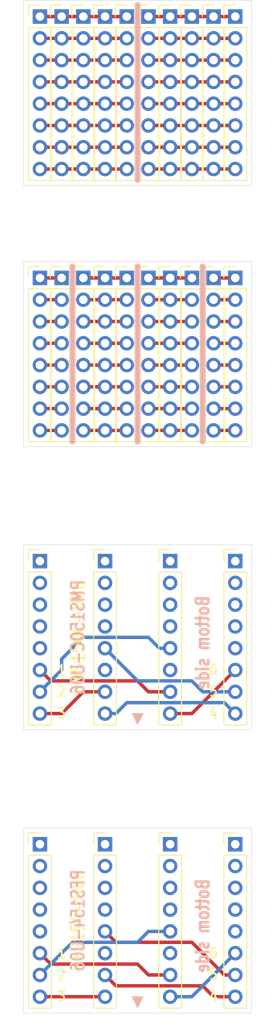
<source format=kicad_pcb>

(kicad_pcb
  (version 20171130)
  (host pcbnew 5.1.1-1.fc29)
  (general
    (thickness 1.6)
    (drawings 46)
    (tracks 95)
    (zones 0)
    (modules 28)
    (nets 61))
  (page A4)
  (layers
    (0 F.Cu signal)
    (31 B.Cu signal)
    (32 B.Adhes user)
    (33 F.Adhes user)
    (34 B.Paste user)
    (35 F.Paste user)
    (36 B.SilkS user)
    (37 F.SilkS user)
    (38 B.Mask user)
    (39 F.Mask user)
    (40 Dwgs.User user)
    (41 Cmts.User user)
    (42 Eco1.User user)
    (43 Eco2.User user)
    (44 Edge.Cuts user)
    (45 Margin user)
    (46 B.CrtYd user)
    (47 F.CrtYd user)
    (48 B.Fab user)
    (49 F.Fab user))
  (setup
    (last_trace_width 0.25)
    (user_trace_width 0.4)
    (trace_clearance 0.2)
    (zone_clearance 0.508)
    (zone_45_only no)
    (trace_min 0.2)
    (via_size 0.8)
    (via_drill 0.4)
    (via_min_size 0.4)
    (via_min_drill 0.3)
    (uvia_size 0.3)
    (uvia_drill 0.1)
    (uvias_allowed no)
    (uvia_min_size 0.2)
    (uvia_min_drill 0.1)
    (edge_width 0.05)
    (segment_width 0.2)
    (pcb_text_width 0.3)
    (pcb_text_size 1.5 1.5)
    (mod_edge_width 0.2)
    (mod_text_size 1 1.2)
    (mod_text_width 0.2)
    (pad_size 1.524 1.524)
    (pad_drill 0.762)
    (pad_to_mask_clearance 0.1)
    (solder_mask_min_width 0.2)
    (aux_axis_origin 0 0)
    (visible_elements FFFFFF7F)
    (pcbplotparams
      (layerselection 0x010f0_ffffffff)
      (usegerberextensions true)
      (usegerberattributes false)
      (usegerberadvancedattributes false)
      (creategerberjobfile false)
      (excludeedgelayer true)
      (linewidth 0.1)
      (plotframeref false)
      (viasonmask false)
      (mode 1)
      (useauxorigin false)
      (hpglpennumber 1)
      (hpglpenspeed 20)
      (hpglpendiameter 15.0)
      (psnegative false)
      (psa4output false)
      (plotreference false)
      (plotvalue false)
      (plotinvisibletext false)
      (padsonsilk false)
      (subtractmaskfromsilk true)
      (outputformat 1)
      (mirror false)
      (drillshape 0)
      (scaleselection 1)
      (outputdirectory "out")))
  (net 0 "")
  (net 1 "Net-(J1-Pad1)")
  (net 2 "Net-(J1-Pad2)")
  (net 3 "Net-(J1-Pad3)")
  (net 4 "Net-(J1-Pad4)")
  (net 5 "Net-(J1-Pad5)")
  (net 6 "Net-(J1-Pad6)")
  (net 7 "Net-(J1-Pad7)")
  (net 8 "Net-(J1-Pad8)")
  (net 9 "Net-(J2-Pad1)")
  (net 10 "Net-(J2-Pad2)")
  (net 11 "Net-(J2-Pad3)")
  (net 12 "Net-(J2-Pad4)")
  (net 13 "Net-(J2-Pad5)")
  (net 14 "Net-(J2-Pad6)")
  (net 15 "Net-(J2-Pad7)")
  (net 16 "Net-(J2-Pad8)")
  (net 17 "Net-(J10-Pad1)")
  (net 18 "Net-(J10-Pad2)")
  (net 19 "Net-(J10-Pad3)")
  (net 20 "Net-(J10-Pad4)")
  (net 21 "Net-(J10-Pad5)")
  (net 22 "Net-(J10-Pad6)")
  (net 23 "Net-(J10-Pad7)")
  (net 24 "Net-(J10-Pad8)")
  (net 25 "Net-(J11-Pad8)")
  (net 26 "Net-(J11-Pad7)")
  (net 27 "Net-(J11-Pad6)")
  (net 28 "Net-(J11-Pad5)")
  (net 29 "Net-(J11-Pad4)")
  (net 30 "Net-(J11-Pad3)")
  (net 31 "Net-(J11-Pad2)")
  (net 32 "Net-(J11-Pad1)")
  (net 33 "Net-(J12-Pad8)")
  (net 34 "Net-(J12-Pad7)")
  (net 35 "Net-(J12-Pad6)")
  (net 36 "Net-(J12-Pad5)")
  (net 37 "Net-(J12-Pad4)")
  (net 38 "Net-(J12-Pad3)")
  (net 39 "Net-(J12-Pad2)")
  (net 40 "Net-(J12-Pad1)")
  (net 41 "Net-(J18-Pad1)")
  (net 42 "Net-(J18-Pad2)")
  (net 43 "Net-(J18-Pad3)")
  (net 44 "Net-(J18-Pad4)")
  (net 45 "Net-(J18-Pad5)")
  (net 46 "Net-(J18-Pad6)")
  (net 47 "Net-(J18-Pad7)")
  (net 48 "Net-(J18-Pad8)")
  (net 49 /MOSI)
  (net 50 /GND1)
  (net 51 /ICPDA1)
  (net 52 /PA4)
  (net 53 /GND2)
  (net 54 /Vpp2)
  (net 55 /VPP1)
  (net 56 /Vdd1)
  (net 57 /ICPDA2)
  (net 58 /Vdd2)
  (net 59 /ICPCK1)
  (net 60 /ICPCK2)
  (net_class Default "This is the default net class."
    (clearance 0.2)
    (trace_width 0.25)
    (via_dia 0.8)
    (via_drill 0.4)
    (uvia_dia 0.3)
    (uvia_drill 0.1)
    (add_net /GND1)
    (add_net /GND2)
    (add_net /ICPCK1)
    (add_net /ICPCK2)
    (add_net /ICPDA1)
    (add_net /ICPDA2)
    (add_net /MOSI)
    (add_net /PA4)
    (add_net /VPP1)
    (add_net /Vdd1)
    (add_net /Vdd2)
    (add_net /Vpp2)
    (add_net "Net-(J1-Pad1)")
    (add_net "Net-(J1-Pad2)")
    (add_net "Net-(J1-Pad3)")
    (add_net "Net-(J1-Pad4)")
    (add_net "Net-(J1-Pad5)")
    (add_net "Net-(J1-Pad6)")
    (add_net "Net-(J1-Pad7)")
    (add_net "Net-(J1-Pad8)")
    (add_net "Net-(J10-Pad1)")
    (add_net "Net-(J10-Pad2)")
    (add_net "Net-(J10-Pad3)")
    (add_net "Net-(J10-Pad4)")
    (add_net "Net-(J10-Pad5)")
    (add_net "Net-(J10-Pad6)")
    (add_net "Net-(J10-Pad7)")
    (add_net "Net-(J10-Pad8)")
    (add_net "Net-(J11-Pad1)")
    (add_net "Net-(J11-Pad2)")
    (add_net "Net-(J11-Pad3)")
    (add_net "Net-(J11-Pad4)")
    (add_net "Net-(J11-Pad5)")
    (add_net "Net-(J11-Pad6)")
    (add_net "Net-(J11-Pad7)")
    (add_net "Net-(J11-Pad8)")
    (add_net "Net-(J12-Pad1)")
    (add_net "Net-(J12-Pad2)")
    (add_net "Net-(J12-Pad3)")
    (add_net "Net-(J12-Pad4)")
    (add_net "Net-(J12-Pad5)")
    (add_net "Net-(J12-Pad6)")
    (add_net "Net-(J12-Pad7)")
    (add_net "Net-(J12-Pad8)")
    (add_net "Net-(J18-Pad1)")
    (add_net "Net-(J18-Pad2)")
    (add_net "Net-(J18-Pad3)")
    (add_net "Net-(J18-Pad4)")
    (add_net "Net-(J18-Pad5)")
    (add_net "Net-(J18-Pad6)")
    (add_net "Net-(J18-Pad7)")
    (add_net "Net-(J18-Pad8)")
    (add_net "Net-(J2-Pad1)")
    (add_net "Net-(J2-Pad2)")
    (add_net "Net-(J2-Pad3)")
    (add_net "Net-(J2-Pad4)")
    (add_net "Net-(J2-Pad5)")
    (add_net "Net-(J2-Pad6)")
    (add_net "Net-(J2-Pad7)")
    (add_net "Net-(J2-Pad8)"))
  (module Connector_PinHeader_2.54mm:PinHeader_1x08_P2.54mm_Vertical
    (layer F.Cu)
    (tedit 59FED5CC)
    (tstamp 5C8F081C)
    (at 88.9 50.8)
    (descr "Through hole straight pin header, 1x08, 2.54mm pitch, single row")
    (tags "Through hole pin header THT 1x08 2.54mm single row")
    (path /5C9363C6)
    (fp_text reference J1
      (at 0 -2.33)
      (layer F.SilkS) hide
      (effects
        (font
          (size 1 1)
          (thickness 0.15))))
    (fp_text value Conn_01x08
      (at 0 20.11)
      (layer F.Fab)
      (effects
        (font
          (size 1 1)
          (thickness 0.15))))
    (fp_text user %R
      (at 0 8.89 90)
      (layer F.Fab)
      (effects
        (font
          (size 1 1)
          (thickness 0.15))))
    (fp_line
      (start -0.635 -1.27)
      (end 1.27 -1.27)
      (layer F.Fab)
      (width 0.1))
    (fp_line
      (start 1.27 -1.27)
      (end 1.27 19.05)
      (layer F.Fab)
      (width 0.1))
    (fp_line
      (start 1.27 19.05)
      (end -1.27 19.05)
      (layer F.Fab)
      (width 0.1))
    (fp_line
      (start -1.27 19.05)
      (end -1.27 -0.635)
      (layer F.Fab)
      (width 0.1))
    (fp_line
      (start -1.27 -0.635)
      (end -0.635 -1.27)
      (layer F.Fab)
      (width 0.1))
    (fp_line
      (start -1.33 19.11)
      (end 1.33 19.11)
      (layer F.SilkS)
      (width 0.12))
    (fp_line
      (start -1.33 1.27)
      (end -1.33 19.11)
      (layer F.SilkS)
      (width 0.12))
    (fp_line
      (start 1.33 1.27)
      (end 1.33 19.11)
      (layer F.SilkS)
      (width 0.12))
    (fp_line
      (start -1.33 1.27)
      (end 1.33 1.27)
      (layer F.SilkS)
      (width 0.12))
    (fp_line
      (start -1.33 0)
      (end -1.33 -1.33)
      (layer F.SilkS)
      (width 0.12))
    (fp_line
      (start -1.33 -1.33)
      (end 0 -1.33)
      (layer F.SilkS)
      (width 0.12))
    (fp_line
      (start -1.8 -1.8)
      (end -1.8 19.55)
      (layer F.CrtYd)
      (width 0.05))
    (fp_line
      (start -1.8 19.55)
      (end 1.8 19.55)
      (layer F.CrtYd)
      (width 0.05))
    (fp_line
      (start 1.8 19.55)
      (end 1.8 -1.8)
      (layer F.CrtYd)
      (width 0.05))
    (fp_line
      (start 1.8 -1.8)
      (end -1.8 -1.8)
      (layer F.CrtYd)
      (width 0.05))
    (pad 1 thru_hole rect
      (at 0 0)
      (size 1.7 1.7)
      (drill 1)
      (layers *.Cu *.Mask)
      (net 1 "Net-(J1-Pad1)"))
    (pad 2 thru_hole oval
      (at 0 2.54)
      (size 1.7 1.7)
      (drill 1)
      (layers *.Cu *.Mask)
      (net 2 "Net-(J1-Pad2)"))
    (pad 3 thru_hole oval
      (at 0 5.08)
      (size 1.7 1.7)
      (drill 1)
      (layers *.Cu *.Mask)
      (net 3 "Net-(J1-Pad3)"))
    (pad 4 thru_hole oval
      (at 0 7.62)
      (size 1.7 1.7)
      (drill 1)
      (layers *.Cu *.Mask)
      (net 4 "Net-(J1-Pad4)"))
    (pad 5 thru_hole oval
      (at 0 10.16)
      (size 1.7 1.7)
      (drill 1)
      (layers *.Cu *.Mask)
      (net 5 "Net-(J1-Pad5)"))
    (pad 6 thru_hole oval
      (at 0 12.7)
      (size 1.7 1.7)
      (drill 1)
      (layers *.Cu *.Mask)
      (net 6 "Net-(J1-Pad6)"))
    (pad 7 thru_hole oval
      (at 0 15.24)
      (size 1.7 1.7)
      (drill 1)
      (layers *.Cu *.Mask)
      (net 7 "Net-(J1-Pad7)"))
    (pad 8 thru_hole oval
      (at 0 17.78)
      (size 1.7 1.7)
      (drill 1)
      (layers *.Cu *.Mask)
      (net 8 "Net-(J1-Pad8)"))
    (model ${KISYS3DMOD}/Connector_PinHeader_2.54mm.3dshapes/PinHeader_1x08_P2.54mm_Vertical.wrl
      (at
        (xyz 0 0 0))
      (scale
        (xyz 1 1 1))
      (rotate
        (xyz 0 0 0))))
  (module Connector_PinHeader_2.54mm:PinHeader_1x08_P2.54mm_Vertical
    (layer F.Cu)
    (tedit 59FED5CC)
    (tstamp 5C8F0838)
    (at 88.9 20.32)
    (descr "Through hole straight pin header, 1x08, 2.54mm pitch, single row")
    (tags "Through hole pin header THT 1x08 2.54mm single row")
    (path /5C9057EB)
    (fp_text reference J2
      (at 0 -2.33)
      (layer F.SilkS) hide
      (effects
        (font
          (size 1 1)
          (thickness 0.15))))
    (fp_text value Conn_01x08
      (at 0 20.11)
      (layer F.Fab)
      (effects
        (font
          (size 1 1)
          (thickness 0.15))))
    (fp_text user %R
      (at 0 8.89 90)
      (layer F.Fab)
      (effects
        (font
          (size 1 1)
          (thickness 0.15))))
    (fp_line
      (start -0.635 -1.27)
      (end 1.27 -1.27)
      (layer F.Fab)
      (width 0.1))
    (fp_line
      (start 1.27 -1.27)
      (end 1.27 19.05)
      (layer F.Fab)
      (width 0.1))
    (fp_line
      (start 1.27 19.05)
      (end -1.27 19.05)
      (layer F.Fab)
      (width 0.1))
    (fp_line
      (start -1.27 19.05)
      (end -1.27 -0.635)
      (layer F.Fab)
      (width 0.1))
    (fp_line
      (start -1.27 -0.635)
      (end -0.635 -1.27)
      (layer F.Fab)
      (width 0.1))
    (fp_line
      (start -1.33 19.11)
      (end 1.33 19.11)
      (layer F.SilkS)
      (width 0.12))
    (fp_line
      (start -1.33 1.27)
      (end -1.33 19.11)
      (layer F.SilkS)
      (width 0.12))
    (fp_line
      (start 1.33 1.27)
      (end 1.33 19.11)
      (layer F.SilkS)
      (width 0.12))
    (fp_line
      (start -1.33 1.27)
      (end 1.33 1.27)
      (layer F.SilkS)
      (width 0.12))
    (fp_line
      (start -1.33 0)
      (end -1.33 -1.33)
      (layer F.SilkS)
      (width 0.12))
    (fp_line
      (start -1.33 -1.33)
      (end 0 -1.33)
      (layer F.SilkS)
      (width 0.12))
    (fp_line
      (start -1.8 -1.8)
      (end -1.8 19.55)
      (layer F.CrtYd)
      (width 0.05))
    (fp_line
      (start -1.8 19.55)
      (end 1.8 19.55)
      (layer F.CrtYd)
      (width 0.05))
    (fp_line
      (start 1.8 19.55)
      (end 1.8 -1.8)
      (layer F.CrtYd)
      (width 0.05))
    (fp_line
      (start 1.8 -1.8)
      (end -1.8 -1.8)
      (layer F.CrtYd)
      (width 0.05))
    (pad 1 thru_hole rect
      (at 0 0)
      (size 1.7 1.7)
      (drill 1)
      (layers *.Cu *.Mask)
      (net 9 "Net-(J2-Pad1)"))
    (pad 2 thru_hole oval
      (at 0 2.54)
      (size 1.7 1.7)
      (drill 1)
      (layers *.Cu *.Mask)
      (net 10 "Net-(J2-Pad2)"))
    (pad 3 thru_hole oval
      (at 0 5.08)
      (size 1.7 1.7)
      (drill 1)
      (layers *.Cu *.Mask)
      (net 11 "Net-(J2-Pad3)"))
    (pad 4 thru_hole oval
      (at 0 7.62)
      (size 1.7 1.7)
      (drill 1)
      (layers *.Cu *.Mask)
      (net 12 "Net-(J2-Pad4)"))
    (pad 5 thru_hole oval
      (at 0 10.16)
      (size 1.7 1.7)
      (drill 1)
      (layers *.Cu *.Mask)
      (net 13 "Net-(J2-Pad5)"))
    (pad 6 thru_hole oval
      (at 0 12.7)
      (size 1.7 1.7)
      (drill 1)
      (layers *.Cu *.Mask)
      (net 14 "Net-(J2-Pad6)"))
    (pad 7 thru_hole oval
      (at 0 15.24)
      (size 1.7 1.7)
      (drill 1)
      (layers *.Cu *.Mask)
      (net 15 "Net-(J2-Pad7)"))
    (pad 8 thru_hole oval
      (at 0 17.78)
      (size 1.7 1.7)
      (drill 1)
      (layers *.Cu *.Mask)
      (net 16 "Net-(J2-Pad8)"))
    (model ${KISYS3DMOD}/Connector_PinHeader_2.54mm.3dshapes/PinHeader_1x08_P2.54mm_Vertical.wrl
      (at
        (xyz 0 0 0))
      (scale
        (xyz 1 1 1))
      (rotate
        (xyz 0 0 0))))
  (module Connector_PinHeader_2.54mm:PinHeader_1x08_P2.54mm_Vertical
    (layer F.Cu)
    (tedit 59FED5CC)
    (tstamp 5C8F0854)
    (at 91.44 50.8)
    (descr "Through hole straight pin header, 1x08, 2.54mm pitch, single row")
    (tags "Through hole pin header THT 1x08 2.54mm single row")
    (path /5C9363D0)
    (fp_text reference J3
      (at 0 -2.33)
      (layer F.SilkS) hide
      (effects
        (font
          (size 1 1)
          (thickness 0.15))))
    (fp_text value Conn_01x08
      (at 0 20.11)
      (layer F.Fab)
      (effects
        (font
          (size 1 1)
          (thickness 0.15))))
    (fp_text user %R
      (at 0 8.89 90)
      (layer F.Fab)
      (effects
        (font
          (size 1 1)
          (thickness 0.15))))
    (fp_line
      (start 1.8 -1.8)
      (end -1.8 -1.8)
      (layer F.CrtYd)
      (width 0.05))
    (fp_line
      (start 1.8 19.55)
      (end 1.8 -1.8)
      (layer F.CrtYd)
      (width 0.05))
    (fp_line
      (start -1.8 19.55)
      (end 1.8 19.55)
      (layer F.CrtYd)
      (width 0.05))
    (fp_line
      (start -1.8 -1.8)
      (end -1.8 19.55)
      (layer F.CrtYd)
      (width 0.05))
    (fp_line
      (start -1.33 -1.33)
      (end 0 -1.33)
      (layer F.SilkS)
      (width 0.12))
    (fp_line
      (start -1.33 0)
      (end -1.33 -1.33)
      (layer F.SilkS)
      (width 0.12))
    (fp_line
      (start -1.33 1.27)
      (end 1.33 1.27)
      (layer F.SilkS)
      (width 0.12))
    (fp_line
      (start 1.33 1.27)
      (end 1.33 19.11)
      (layer F.SilkS)
      (width 0.12))
    (fp_line
      (start -1.33 1.27)
      (end -1.33 19.11)
      (layer F.SilkS)
      (width 0.12))
    (fp_line
      (start -1.33 19.11)
      (end 1.33 19.11)
      (layer F.SilkS)
      (width 0.12))
    (fp_line
      (start -1.27 -0.635)
      (end -0.635 -1.27)
      (layer F.Fab)
      (width 0.1))
    (fp_line
      (start -1.27 19.05)
      (end -1.27 -0.635)
      (layer F.Fab)
      (width 0.1))
    (fp_line
      (start 1.27 19.05)
      (end -1.27 19.05)
      (layer F.Fab)
      (width 0.1))
    (fp_line
      (start 1.27 -1.27)
      (end 1.27 19.05)
      (layer F.Fab)
      (width 0.1))
    (fp_line
      (start -0.635 -1.27)
      (end 1.27 -1.27)
      (layer F.Fab)
      (width 0.1))
    (pad 8 thru_hole oval
      (at 0 17.78)
      (size 1.7 1.7)
      (drill 1)
      (layers *.Cu *.Mask)
      (net 8 "Net-(J1-Pad8)"))
    (pad 7 thru_hole oval
      (at 0 15.24)
      (size 1.7 1.7)
      (drill 1)
      (layers *.Cu *.Mask)
      (net 7 "Net-(J1-Pad7)"))
    (pad 6 thru_hole oval
      (at 0 12.7)
      (size 1.7 1.7)
      (drill 1)
      (layers *.Cu *.Mask)
      (net 6 "Net-(J1-Pad6)"))
    (pad 5 thru_hole oval
      (at 0 10.16)
      (size 1.7 1.7)
      (drill 1)
      (layers *.Cu *.Mask)
      (net 5 "Net-(J1-Pad5)"))
    (pad 4 thru_hole oval
      (at 0 7.62)
      (size 1.7 1.7)
      (drill 1)
      (layers *.Cu *.Mask)
      (net 4 "Net-(J1-Pad4)"))
    (pad 3 thru_hole oval
      (at 0 5.08)
      (size 1.7 1.7)
      (drill 1)
      (layers *.Cu *.Mask)
      (net 3 "Net-(J1-Pad3)"))
    (pad 2 thru_hole oval
      (at 0 2.54)
      (size 1.7 1.7)
      (drill 1)
      (layers *.Cu *.Mask)
      (net 2 "Net-(J1-Pad2)"))
    (pad 1 thru_hole rect
      (at 0 0)
      (size 1.7 1.7)
      (drill 1)
      (layers *.Cu *.Mask)
      (net 1 "Net-(J1-Pad1)"))
    (model ${KISYS3DMOD}/Connector_PinHeader_2.54mm.3dshapes/PinHeader_1x08_P2.54mm_Vertical.wrl
      (at
        (xyz 0 0 0))
      (scale
        (xyz 1 1 1))
      (rotate
        (xyz 0 0 0))))
  (module Connector_PinHeader_2.54mm:PinHeader_1x08_P2.54mm_Vertical
    (layer F.Cu)
    (tedit 59FED5CC)
    (tstamp 5C8F0870)
    (at 91.44 20.32)
    (descr "Through hole straight pin header, 1x08, 2.54mm pitch, single row")
    (tags "Through hole pin header THT 1x08 2.54mm single row")
    (path /5C907077)
    (fp_text reference J4
      (at 0 -2.33)
      (layer F.SilkS) hide
      (effects
        (font
          (size 1 1)
          (thickness 0.15))))
    (fp_text value Conn_01x08
      (at 0 20.11)
      (layer F.Fab)
      (effects
        (font
          (size 1 1)
          (thickness 0.15))))
    (fp_text user %R
      (at 0 8.89 90)
      (layer F.Fab)
      (effects
        (font
          (size 1 1)
          (thickness 0.15))))
    (fp_line
      (start 1.8 -1.8)
      (end -1.8 -1.8)
      (layer F.CrtYd)
      (width 0.05))
    (fp_line
      (start 1.8 19.55)
      (end 1.8 -1.8)
      (layer F.CrtYd)
      (width 0.05))
    (fp_line
      (start -1.8 19.55)
      (end 1.8 19.55)
      (layer F.CrtYd)
      (width 0.05))
    (fp_line
      (start -1.8 -1.8)
      (end -1.8 19.55)
      (layer F.CrtYd)
      (width 0.05))
    (fp_line
      (start -1.33 -1.33)
      (end 0 -1.33)
      (layer F.SilkS)
      (width 0.12))
    (fp_line
      (start -1.33 0)
      (end -1.33 -1.33)
      (layer F.SilkS)
      (width 0.12))
    (fp_line
      (start -1.33 1.27)
      (end 1.33 1.27)
      (layer F.SilkS)
      (width 0.12))
    (fp_line
      (start 1.33 1.27)
      (end 1.33 19.11)
      (layer F.SilkS)
      (width 0.12))
    (fp_line
      (start -1.33 1.27)
      (end -1.33 19.11)
      (layer F.SilkS)
      (width 0.12))
    (fp_line
      (start -1.33 19.11)
      (end 1.33 19.11)
      (layer F.SilkS)
      (width 0.12))
    (fp_line
      (start -1.27 -0.635)
      (end -0.635 -1.27)
      (layer F.Fab)
      (width 0.1))
    (fp_line
      (start -1.27 19.05)
      (end -1.27 -0.635)
      (layer F.Fab)
      (width 0.1))
    (fp_line
      (start 1.27 19.05)
      (end -1.27 19.05)
      (layer F.Fab)
      (width 0.1))
    (fp_line
      (start 1.27 -1.27)
      (end 1.27 19.05)
      (layer F.Fab)
      (width 0.1))
    (fp_line
      (start -0.635 -1.27)
      (end 1.27 -1.27)
      (layer F.Fab)
      (width 0.1))
    (pad 8 thru_hole oval
      (at 0 17.78)
      (size 1.7 1.7)
      (drill 1)
      (layers *.Cu *.Mask))
    (pad 7 thru_hole oval
      (at 0 15.24)
      (size 1.7 1.7)
      (drill 1)
      (layers *.Cu *.Mask))
    (pad 6 thru_hole oval
      (at 0 12.7)
      (size 1.7 1.7)
      (drill 1)
      (layers *.Cu *.Mask))
    (pad 5 thru_hole oval
      (at 0 10.16)
      (size 1.7 1.7)
      (drill 1)
      (layers *.Cu *.Mask))
    (pad 4 thru_hole oval
      (at 0 7.62)
      (size 1.7 1.7)
      (drill 1)
      (layers *.Cu *.Mask))
    (pad 3 thru_hole oval
      (at 0 5.08)
      (size 1.7 1.7)
      (drill 1)
      (layers *.Cu *.Mask))
    (pad 2 thru_hole oval
      (at 0 2.54)
      (size 1.7 1.7)
      (drill 1)
      (layers *.Cu *.Mask))
    (pad 1 thru_hole rect
      (at 0 0)
      (size 1.7 1.7)
      (drill 1)
      (layers *.Cu *.Mask)
      (net 9 "Net-(J2-Pad1)"))
    (model ${KISYS3DMOD}/Connector_PinHeader_2.54mm.3dshapes/PinHeader_1x08_P2.54mm_Vertical.wrl
      (at
        (xyz 0 0 0))
      (scale
        (xyz 1 1 1))
      (rotate
        (xyz 0 0 0))))
  (module Connector_PinHeader_2.54mm:PinHeader_1x08_P2.54mm_Vertical
    (layer F.Cu)
    (tedit 59FED5CC)
    (tstamp 5C8F088C)
    (at 93.98 20.32)
    (descr "Through hole straight pin header, 1x08, 2.54mm pitch, single row")
    (tags "Through hole pin header THT 1x08 2.54mm single row")
    (path /5C90AFC7)
    (fp_text reference J5
      (at 0 -2.33)
      (layer F.SilkS) hide
      (effects
        (font
          (size 1 1)
          (thickness 0.15))))
    (fp_text value Conn_01x08
      (at 0 20.11)
      (layer F.Fab)
      (effects
        (font
          (size 1 1)
          (thickness 0.15))))
    (fp_text user %R
      (at 0 8.89 90)
      (layer F.Fab)
      (effects
        (font
          (size 1 1)
          (thickness 0.15))))
    (fp_line
      (start -0.635 -1.27)
      (end 1.27 -1.27)
      (layer F.Fab)
      (width 0.1))
    (fp_line
      (start 1.27 -1.27)
      (end 1.27 19.05)
      (layer F.Fab)
      (width 0.1))
    (fp_line
      (start 1.27 19.05)
      (end -1.27 19.05)
      (layer F.Fab)
      (width 0.1))
    (fp_line
      (start -1.27 19.05)
      (end -1.27 -0.635)
      (layer F.Fab)
      (width 0.1))
    (fp_line
      (start -1.27 -0.635)
      (end -0.635 -1.27)
      (layer F.Fab)
      (width 0.1))
    (fp_line
      (start -1.33 19.11)
      (end 1.33 19.11)
      (layer F.SilkS)
      (width 0.12))
    (fp_line
      (start -1.33 1.27)
      (end -1.33 19.11)
      (layer F.SilkS)
      (width 0.12))
    (fp_line
      (start 1.33 1.27)
      (end 1.33 19.11)
      (layer F.SilkS)
      (width 0.12))
    (fp_line
      (start -1.33 1.27)
      (end 1.33 1.27)
      (layer F.SilkS)
      (width 0.12))
    (fp_line
      (start -1.33 0)
      (end -1.33 -1.33)
      (layer F.SilkS)
      (width 0.12))
    (fp_line
      (start -1.33 -1.33)
      (end 0 -1.33)
      (layer F.SilkS)
      (width 0.12))
    (fp_line
      (start -1.8 -1.8)
      (end -1.8 19.55)
      (layer F.CrtYd)
      (width 0.05))
    (fp_line
      (start -1.8 19.55)
      (end 1.8 19.55)
      (layer F.CrtYd)
      (width 0.05))
    (fp_line
      (start 1.8 19.55)
      (end 1.8 -1.8)
      (layer F.CrtYd)
      (width 0.05))
    (fp_line
      (start 1.8 -1.8)
      (end -1.8 -1.8)
      (layer F.CrtYd)
      (width 0.05))
    (pad 1 thru_hole rect
      (at 0 0)
      (size 1.7 1.7)
      (drill 1)
      (layers *.Cu *.Mask))
    (pad 2 thru_hole oval
      (at 0 2.54)
      (size 1.7 1.7)
      (drill 1)
      (layers *.Cu *.Mask))
    (pad 3 thru_hole oval
      (at 0 5.08)
      (size 1.7 1.7)
      (drill 1)
      (layers *.Cu *.Mask))
    (pad 4 thru_hole oval
      (at 0 7.62)
      (size 1.7 1.7)
      (drill 1)
      (layers *.Cu *.Mask))
    (pad 5 thru_hole oval
      (at 0 10.16)
      (size 1.7 1.7)
      (drill 1)
      (layers *.Cu *.Mask))
    (pad 6 thru_hole oval
      (at 0 12.7)
      (size 1.7 1.7)
      (drill 1)
      (layers *.Cu *.Mask))
    (pad 7 thru_hole oval
      (at 0 15.24)
      (size 1.7 1.7)
      (drill 1)
      (layers *.Cu *.Mask))
    (pad 8 thru_hole oval
      (at 0 17.78)
      (size 1.7 1.7)
      (drill 1)
      (layers *.Cu *.Mask))
    (model ${KISYS3DMOD}/Connector_PinHeader_2.54mm.3dshapes/PinHeader_1x08_P2.54mm_Vertical.wrl
      (at
        (xyz 0 0 0))
      (scale
        (xyz 1 1 1))
      (rotate
        (xyz 0 0 0))))
  (module Connector_PinHeader_2.54mm:PinHeader_1x08_P2.54mm_Vertical
    (layer F.Cu)
    (tedit 59FED5CC)
    (tstamp 5C8F08A8)
    (at 93.98 50.8)
    (descr "Through hole straight pin header, 1x08, 2.54mm pitch, single row")
    (tags "Through hole pin header THT 1x08 2.54mm single row")
    (path /5C9363E2)
    (fp_text reference J6
      (at 0 -2.33)
      (layer F.SilkS) hide
      (effects
        (font
          (size 1 1)
          (thickness 0.15))))
    (fp_text value Conn_01x08
      (at 0 20.11)
      (layer F.Fab)
      (effects
        (font
          (size 1 1)
          (thickness 0.15))))
    (fp_text user %R
      (at 0 8.89 90)
      (layer F.Fab)
      (effects
        (font
          (size 1 1)
          (thickness 0.15))))
    (fp_line
      (start -0.635 -1.27)
      (end 1.27 -1.27)
      (layer F.Fab)
      (width 0.1))
    (fp_line
      (start 1.27 -1.27)
      (end 1.27 19.05)
      (layer F.Fab)
      (width 0.1))
    (fp_line
      (start 1.27 19.05)
      (end -1.27 19.05)
      (layer F.Fab)
      (width 0.1))
    (fp_line
      (start -1.27 19.05)
      (end -1.27 -0.635)
      (layer F.Fab)
      (width 0.1))
    (fp_line
      (start -1.27 -0.635)
      (end -0.635 -1.27)
      (layer F.Fab)
      (width 0.1))
    (fp_line
      (start -1.33 19.11)
      (end 1.33 19.11)
      (layer F.SilkS)
      (width 0.12))
    (fp_line
      (start -1.33 1.27)
      (end -1.33 19.11)
      (layer F.SilkS)
      (width 0.12))
    (fp_line
      (start 1.33 1.27)
      (end 1.33 19.11)
      (layer F.SilkS)
      (width 0.12))
    (fp_line
      (start -1.33 1.27)
      (end 1.33 1.27)
      (layer F.SilkS)
      (width 0.12))
    (fp_line
      (start -1.33 0)
      (end -1.33 -1.33)
      (layer F.SilkS)
      (width 0.12))
    (fp_line
      (start -1.33 -1.33)
      (end 0 -1.33)
      (layer F.SilkS)
      (width 0.12))
    (fp_line
      (start -1.8 -1.8)
      (end -1.8 19.55)
      (layer F.CrtYd)
      (width 0.05))
    (fp_line
      (start -1.8 19.55)
      (end 1.8 19.55)
      (layer F.CrtYd)
      (width 0.05))
    (fp_line
      (start 1.8 19.55)
      (end 1.8 -1.8)
      (layer F.CrtYd)
      (width 0.05))
    (fp_line
      (start 1.8 -1.8)
      (end -1.8 -1.8)
      (layer F.CrtYd)
      (width 0.05))
    (pad 1 thru_hole rect
      (at 0 0)
      (size 1.7 1.7)
      (drill 1)
      (layers *.Cu *.Mask)
      (net 17 "Net-(J10-Pad1)"))
    (pad 2 thru_hole oval
      (at 0 2.54)
      (size 1.7 1.7)
      (drill 1)
      (layers *.Cu *.Mask)
      (net 18 "Net-(J10-Pad2)"))
    (pad 3 thru_hole oval
      (at 0 5.08)
      (size 1.7 1.7)
      (drill 1)
      (layers *.Cu *.Mask)
      (net 19 "Net-(J10-Pad3)"))
    (pad 4 thru_hole oval
      (at 0 7.62)
      (size 1.7 1.7)
      (drill 1)
      (layers *.Cu *.Mask)
      (net 20 "Net-(J10-Pad4)"))
    (pad 5 thru_hole oval
      (at 0 10.16)
      (size 1.7 1.7)
      (drill 1)
      (layers *.Cu *.Mask)
      (net 21 "Net-(J10-Pad5)"))
    (pad 6 thru_hole oval
      (at 0 12.7)
      (size 1.7 1.7)
      (drill 1)
      (layers *.Cu *.Mask)
      (net 22 "Net-(J10-Pad6)"))
    (pad 7 thru_hole oval
      (at 0 15.24)
      (size 1.7 1.7)
      (drill 1)
      (layers *.Cu *.Mask)
      (net 23 "Net-(J10-Pad7)"))
    (pad 8 thru_hole oval
      (at 0 17.78)
      (size 1.7 1.7)
      (drill 1)
      (layers *.Cu *.Mask)
      (net 24 "Net-(J10-Pad8)"))
    (model ${KISYS3DMOD}/Connector_PinHeader_2.54mm.3dshapes/PinHeader_1x08_P2.54mm_Vertical.wrl
      (at
        (xyz 0 0 0))
      (scale
        (xyz 1 1 1))
      (rotate
        (xyz 0 0 0))))
  (module Connector_PinHeader_2.54mm:PinHeader_1x08_P2.54mm_Vertical
    (layer F.Cu)
    (tedit 59FED5CC)
    (tstamp 5C8F08C4)
    (at 96.52 20.32)
    (descr "Through hole straight pin header, 1x08, 2.54mm pitch, single row")
    (tags "Through hole pin header THT 1x08 2.54mm single row")
    (path /5C90AFD1)
    (fp_text reference J7
      (at 0 -2.33)
      (layer F.SilkS) hide
      (effects
        (font
          (size 1 1)
          (thickness 0.15))))
    (fp_text value Conn_01x08
      (at 0 20.11)
      (layer F.Fab)
      (effects
        (font
          (size 1 1)
          (thickness 0.15))))
    (fp_text user %R
      (at 0 8.89 90)
      (layer F.Fab)
      (effects
        (font
          (size 1 1)
          (thickness 0.15))))
    (fp_line
      (start 1.8 -1.8)
      (end -1.8 -1.8)
      (layer F.CrtYd)
      (width 0.05))
    (fp_line
      (start 1.8 19.55)
      (end 1.8 -1.8)
      (layer F.CrtYd)
      (width 0.05))
    (fp_line
      (start -1.8 19.55)
      (end 1.8 19.55)
      (layer F.CrtYd)
      (width 0.05))
    (fp_line
      (start -1.8 -1.8)
      (end -1.8 19.55)
      (layer F.CrtYd)
      (width 0.05))
    (fp_line
      (start -1.33 -1.33)
      (end 0 -1.33)
      (layer F.SilkS)
      (width 0.12))
    (fp_line
      (start -1.33 0)
      (end -1.33 -1.33)
      (layer F.SilkS)
      (width 0.12))
    (fp_line
      (start -1.33 1.27)
      (end 1.33 1.27)
      (layer F.SilkS)
      (width 0.12))
    (fp_line
      (start 1.33 1.27)
      (end 1.33 19.11)
      (layer F.SilkS)
      (width 0.12))
    (fp_line
      (start -1.33 1.27)
      (end -1.33 19.11)
      (layer F.SilkS)
      (width 0.12))
    (fp_line
      (start -1.33 19.11)
      (end 1.33 19.11)
      (layer F.SilkS)
      (width 0.12))
    (fp_line
      (start -1.27 -0.635)
      (end -0.635 -1.27)
      (layer F.Fab)
      (width 0.1))
    (fp_line
      (start -1.27 19.05)
      (end -1.27 -0.635)
      (layer F.Fab)
      (width 0.1))
    (fp_line
      (start 1.27 19.05)
      (end -1.27 19.05)
      (layer F.Fab)
      (width 0.1))
    (fp_line
      (start 1.27 -1.27)
      (end 1.27 19.05)
      (layer F.Fab)
      (width 0.1))
    (fp_line
      (start -0.635 -1.27)
      (end 1.27 -1.27)
      (layer F.Fab)
      (width 0.1))
    (pad 8 thru_hole oval
      (at 0 17.78)
      (size 1.7 1.7)
      (drill 1)
      (layers *.Cu *.Mask))
    (pad 7 thru_hole oval
      (at 0 15.24)
      (size 1.7 1.7)
      (drill 1)
      (layers *.Cu *.Mask))
    (pad 6 thru_hole oval
      (at 0 12.7)
      (size 1.7 1.7)
      (drill 1)
      (layers *.Cu *.Mask)
      (net 14 "Net-(J2-Pad6)"))
    (pad 5 thru_hole oval
      (at 0 10.16)
      (size 1.7 1.7)
      (drill 1)
      (layers *.Cu *.Mask))
    (pad 4 thru_hole oval
      (at 0 7.62)
      (size 1.7 1.7)
      (drill 1)
      (layers *.Cu *.Mask))
    (pad 3 thru_hole oval
      (at 0 5.08)
      (size 1.7 1.7)
      (drill 1)
      (layers *.Cu *.Mask))
    (pad 2 thru_hole oval
      (at 0 2.54)
      (size 1.7 1.7)
      (drill 1)
      (layers *.Cu *.Mask))
    (pad 1 thru_hole rect
      (at 0 0)
      (size 1.7 1.7)
      (drill 1)
      (layers *.Cu *.Mask))
    (model ${KISYS3DMOD}/Connector_PinHeader_2.54mm.3dshapes/PinHeader_1x08_P2.54mm_Vertical.wrl
      (at
        (xyz 0 0 0))
      (scale
        (xyz 1 1 1))
      (rotate
        (xyz 0 0 0))))
  (module Connector_PinHeader_2.54mm:PinHeader_1x08_P2.54mm_Vertical
    (layer F.Cu)
    (tedit 59FED5CC)
    (tstamp 5C8F08E0)
    (at 96.52 50.8)
    (descr "Through hole straight pin header, 1x08, 2.54mm pitch, single row")
    (tags "Through hole pin header THT 1x08 2.54mm single row")
    (path /5C9363EC)
    (fp_text reference J8
      (at 0 -2.33)
      (layer F.SilkS) hide
      (effects
        (font
          (size 1 1)
          (thickness 0.15))))
    (fp_text value Conn_01x08
      (at 0 20.11)
      (layer F.Fab)
      (effects
        (font
          (size 1 1)
          (thickness 0.15))))
    (fp_text user %R
      (at 0 8.89 90)
      (layer F.Fab)
      (effects
        (font
          (size 1 1)
          (thickness 0.15))))
    (fp_line
      (start 1.8 -1.8)
      (end -1.8 -1.8)
      (layer F.CrtYd)
      (width 0.05))
    (fp_line
      (start 1.8 19.55)
      (end 1.8 -1.8)
      (layer F.CrtYd)
      (width 0.05))
    (fp_line
      (start -1.8 19.55)
      (end 1.8 19.55)
      (layer F.CrtYd)
      (width 0.05))
    (fp_line
      (start -1.8 -1.8)
      (end -1.8 19.55)
      (layer F.CrtYd)
      (width 0.05))
    (fp_line
      (start -1.33 -1.33)
      (end 0 -1.33)
      (layer F.SilkS)
      (width 0.12))
    (fp_line
      (start -1.33 0)
      (end -1.33 -1.33)
      (layer F.SilkS)
      (width 0.12))
    (fp_line
      (start -1.33 1.27)
      (end 1.33 1.27)
      (layer F.SilkS)
      (width 0.12))
    (fp_line
      (start 1.33 1.27)
      (end 1.33 19.11)
      (layer F.SilkS)
      (width 0.12))
    (fp_line
      (start -1.33 1.27)
      (end -1.33 19.11)
      (layer F.SilkS)
      (width 0.12))
    (fp_line
      (start -1.33 19.11)
      (end 1.33 19.11)
      (layer F.SilkS)
      (width 0.12))
    (fp_line
      (start -1.27 -0.635)
      (end -0.635 -1.27)
      (layer F.Fab)
      (width 0.1))
    (fp_line
      (start -1.27 19.05)
      (end -1.27 -0.635)
      (layer F.Fab)
      (width 0.1))
    (fp_line
      (start 1.27 19.05)
      (end -1.27 19.05)
      (layer F.Fab)
      (width 0.1))
    (fp_line
      (start 1.27 -1.27)
      (end 1.27 19.05)
      (layer F.Fab)
      (width 0.1))
    (fp_line
      (start -0.635 -1.27)
      (end 1.27 -1.27)
      (layer F.Fab)
      (width 0.1))
    (pad 8 thru_hole oval
      (at 0 17.78)
      (size 1.7 1.7)
      (drill 1)
      (layers *.Cu *.Mask))
    (pad 7 thru_hole oval
      (at 0 15.24)
      (size 1.7 1.7)
      (drill 1)
      (layers *.Cu *.Mask))
    (pad 6 thru_hole oval
      (at 0 12.7)
      (size 1.7 1.7)
      (drill 1)
      (layers *.Cu *.Mask))
    (pad 5 thru_hole oval
      (at 0 10.16)
      (size 1.7 1.7)
      (drill 1)
      (layers *.Cu *.Mask))
    (pad 4 thru_hole oval
      (at 0 7.62)
      (size 1.7 1.7)
      (drill 1)
      (layers *.Cu *.Mask))
    (pad 3 thru_hole oval
      (at 0 5.08)
      (size 1.7 1.7)
      (drill 1)
      (layers *.Cu *.Mask))
    (pad 2 thru_hole oval
      (at 0 2.54)
      (size 1.7 1.7)
      (drill 1)
      (layers *.Cu *.Mask))
    (pad 1 thru_hole rect
      (at 0 0)
      (size 1.7 1.7)
      (drill 1)
      (layers *.Cu *.Mask))
    (model ${KISYS3DMOD}/Connector_PinHeader_2.54mm.3dshapes/PinHeader_1x08_P2.54mm_Vertical.wrl
      (at
        (xyz 0 0 0))
      (scale
        (xyz 1 1 1))
      (rotate
        (xyz 0 0 0))))
  (module Connector_PinHeader_2.54mm:PinHeader_1x08_P2.54mm_Vertical
    (layer F.Cu)
    (tedit 59FED5CC)
    (tstamp 5C8F08FC)
    (at 99.06 20.32)
    (descr "Through hole straight pin header, 1x08, 2.54mm pitch, single row")
    (tags "Through hole pin header THT 1x08 2.54mm single row")
    (path /5C90BC8A)
    (fp_text reference J9
      (at 0 -2.33)
      (layer F.SilkS) hide
      (effects
        (font
          (size 1 1)
          (thickness 0.15))))
    (fp_text value Conn_01x08
      (at 0 20.11)
      (layer F.Fab)
      (effects
        (font
          (size 1 1)
          (thickness 0.15))))
    (fp_text user %R
      (at 0 8.89 90)
      (layer F.Fab)
      (effects
        (font
          (size 1 1)
          (thickness 0.15))))
    (fp_line
      (start -0.635 -1.27)
      (end 1.27 -1.27)
      (layer F.Fab)
      (width 0.1))
    (fp_line
      (start 1.27 -1.27)
      (end 1.27 19.05)
      (layer F.Fab)
      (width 0.1))
    (fp_line
      (start 1.27 19.05)
      (end -1.27 19.05)
      (layer F.Fab)
      (width 0.1))
    (fp_line
      (start -1.27 19.05)
      (end -1.27 -0.635)
      (layer F.Fab)
      (width 0.1))
    (fp_line
      (start -1.27 -0.635)
      (end -0.635 -1.27)
      (layer F.Fab)
      (width 0.1))
    (fp_line
      (start -1.33 19.11)
      (end 1.33 19.11)
      (layer F.SilkS)
      (width 0.12))
    (fp_line
      (start -1.33 1.27)
      (end -1.33 19.11)
      (layer F.SilkS)
      (width 0.12))
    (fp_line
      (start 1.33 1.27)
      (end 1.33 19.11)
      (layer F.SilkS)
      (width 0.12))
    (fp_line
      (start -1.33 1.27)
      (end 1.33 1.27)
      (layer F.SilkS)
      (width 0.12))
    (fp_line
      (start -1.33 0)
      (end -1.33 -1.33)
      (layer F.SilkS)
      (width 0.12))
    (fp_line
      (start -1.33 -1.33)
      (end 0 -1.33)
      (layer F.SilkS)
      (width 0.12))
    (fp_line
      (start -1.8 -1.8)
      (end -1.8 19.55)
      (layer F.CrtYd)
      (width 0.05))
    (fp_line
      (start -1.8 19.55)
      (end 1.8 19.55)
      (layer F.CrtYd)
      (width 0.05))
    (fp_line
      (start 1.8 19.55)
      (end 1.8 -1.8)
      (layer F.CrtYd)
      (width 0.05))
    (fp_line
      (start 1.8 -1.8)
      (end -1.8 -1.8)
      (layer F.CrtYd)
      (width 0.05))
    (pad 1 thru_hole rect
      (at 0 0)
      (size 1.7 1.7)
      (drill 1)
      (layers *.Cu *.Mask)
      (net 9 "Net-(J2-Pad1)"))
    (pad 2 thru_hole oval
      (at 0 2.54)
      (size 1.7 1.7)
      (drill 1)
      (layers *.Cu *.Mask)
      (net 10 "Net-(J2-Pad2)"))
    (pad 3 thru_hole oval
      (at 0 5.08)
      (size 1.7 1.7)
      (drill 1)
      (layers *.Cu *.Mask)
      (net 11 "Net-(J2-Pad3)"))
    (pad 4 thru_hole oval
      (at 0 7.62)
      (size 1.7 1.7)
      (drill 1)
      (layers *.Cu *.Mask)
      (net 12 "Net-(J2-Pad4)"))
    (pad 5 thru_hole oval
      (at 0 10.16)
      (size 1.7 1.7)
      (drill 1)
      (layers *.Cu *.Mask)
      (net 13 "Net-(J2-Pad5)"))
    (pad 6 thru_hole oval
      (at 0 12.7)
      (size 1.7 1.7)
      (drill 1)
      (layers *.Cu *.Mask)
      (net 14 "Net-(J2-Pad6)"))
    (pad 7 thru_hole oval
      (at 0 15.24)
      (size 1.7 1.7)
      (drill 1)
      (layers *.Cu *.Mask)
      (net 15 "Net-(J2-Pad7)"))
    (pad 8 thru_hole oval
      (at 0 17.78)
      (size 1.7 1.7)
      (drill 1)
      (layers *.Cu *.Mask)
      (net 16 "Net-(J2-Pad8)"))
    (model ${KISYS3DMOD}/Connector_PinHeader_2.54mm.3dshapes/PinHeader_1x08_P2.54mm_Vertical.wrl
      (at
        (xyz 0 0 0))
      (scale
        (xyz 1 1 1))
      (rotate
        (xyz 0 0 0))))
  (module Connector_PinHeader_2.54mm:PinHeader_1x08_P2.54mm_Vertical
    (layer F.Cu)
    (tedit 59FED5CC)
    (tstamp 5C8F0918)
    (at 99.06 50.8)
    (descr "Through hole straight pin header, 1x08, 2.54mm pitch, single row")
    (tags "Through hole pin header THT 1x08 2.54mm single row")
    (path /5C9363FE)
    (fp_text reference J10
      (at 0 -2.33)
      (layer F.SilkS) hide
      (effects
        (font
          (size 1 1)
          (thickness 0.15))))
    (fp_text value Conn_01x08
      (at 0 20.11)
      (layer F.Fab)
      (effects
        (font
          (size 1 1)
          (thickness 0.15))))
    (fp_text user %R
      (at 0 8.89 90)
      (layer F.Fab)
      (effects
        (font
          (size 1 1)
          (thickness 0.15))))
    (fp_line
      (start -0.635 -1.27)
      (end 1.27 -1.27)
      (layer F.Fab)
      (width 0.1))
    (fp_line
      (start 1.27 -1.27)
      (end 1.27 19.05)
      (layer F.Fab)
      (width 0.1))
    (fp_line
      (start 1.27 19.05)
      (end -1.27 19.05)
      (layer F.Fab)
      (width 0.1))
    (fp_line
      (start -1.27 19.05)
      (end -1.27 -0.635)
      (layer F.Fab)
      (width 0.1))
    (fp_line
      (start -1.27 -0.635)
      (end -0.635 -1.27)
      (layer F.Fab)
      (width 0.1))
    (fp_line
      (start -1.33 19.11)
      (end 1.33 19.11)
      (layer F.SilkS)
      (width 0.12))
    (fp_line
      (start -1.33 1.27)
      (end -1.33 19.11)
      (layer F.SilkS)
      (width 0.12))
    (fp_line
      (start 1.33 1.27)
      (end 1.33 19.11)
      (layer F.SilkS)
      (width 0.12))
    (fp_line
      (start -1.33 1.27)
      (end 1.33 1.27)
      (layer F.SilkS)
      (width 0.12))
    (fp_line
      (start -1.33 0)
      (end -1.33 -1.33)
      (layer F.SilkS)
      (width 0.12))
    (fp_line
      (start -1.33 -1.33)
      (end 0 -1.33)
      (layer F.SilkS)
      (width 0.12))
    (fp_line
      (start -1.8 -1.8)
      (end -1.8 19.55)
      (layer F.CrtYd)
      (width 0.05))
    (fp_line
      (start -1.8 19.55)
      (end 1.8 19.55)
      (layer F.CrtYd)
      (width 0.05))
    (fp_line
      (start 1.8 19.55)
      (end 1.8 -1.8)
      (layer F.CrtYd)
      (width 0.05))
    (fp_line
      (start 1.8 -1.8)
      (end -1.8 -1.8)
      (layer F.CrtYd)
      (width 0.05))
    (pad 1 thru_hole rect
      (at 0 0)
      (size 1.7 1.7)
      (drill 1)
      (layers *.Cu *.Mask)
      (net 17 "Net-(J10-Pad1)"))
    (pad 2 thru_hole oval
      (at 0 2.54)
      (size 1.7 1.7)
      (drill 1)
      (layers *.Cu *.Mask)
      (net 18 "Net-(J10-Pad2)"))
    (pad 3 thru_hole oval
      (at 0 5.08)
      (size 1.7 1.7)
      (drill 1)
      (layers *.Cu *.Mask)
      (net 19 "Net-(J10-Pad3)"))
    (pad 4 thru_hole oval
      (at 0 7.62)
      (size 1.7 1.7)
      (drill 1)
      (layers *.Cu *.Mask)
      (net 20 "Net-(J10-Pad4)"))
    (pad 5 thru_hole oval
      (at 0 10.16)
      (size 1.7 1.7)
      (drill 1)
      (layers *.Cu *.Mask)
      (net 21 "Net-(J10-Pad5)"))
    (pad 6 thru_hole oval
      (at 0 12.7)
      (size 1.7 1.7)
      (drill 1)
      (layers *.Cu *.Mask)
      (net 22 "Net-(J10-Pad6)"))
    (pad 7 thru_hole oval
      (at 0 15.24)
      (size 1.7 1.7)
      (drill 1)
      (layers *.Cu *.Mask)
      (net 23 "Net-(J10-Pad7)"))
    (pad 8 thru_hole oval
      (at 0 17.78)
      (size 1.7 1.7)
      (drill 1)
      (layers *.Cu *.Mask)
      (net 24 "Net-(J10-Pad8)"))
    (model ${KISYS3DMOD}/Connector_PinHeader_2.54mm.3dshapes/PinHeader_1x08_P2.54mm_Vertical.wrl
      (at
        (xyz 0 0 0))
      (scale
        (xyz 1 1 1))
      (rotate
        (xyz 0 0 0))))
  (module Connector_PinHeader_2.54mm:PinHeader_1x08_P2.54mm_Vertical
    (layer F.Cu)
    (tedit 59FED5CC)
    (tstamp 5C8F0934)
    (at 101.6 20.32)
    (descr "Through hole straight pin header, 1x08, 2.54mm pitch, single row")
    (tags "Through hole pin header THT 1x08 2.54mm single row")
    (path /5C9152AA)
    (fp_text reference J11
      (at 0 -2.33)
      (layer F.SilkS) hide
      (effects
        (font
          (size 1 1)
          (thickness 0.15))))
    (fp_text value Conn_01x08
      (at 0 20.11)
      (layer F.Fab)
      (effects
        (font
          (size 1 1)
          (thickness 0.15))))
    (fp_text user %R
      (at 0 8.89 90)
      (layer F.Fab)
      (effects
        (font
          (size 1 1)
          (thickness 0.15))))
    (fp_line
      (start 1.8 -1.8)
      (end -1.8 -1.8)
      (layer F.CrtYd)
      (width 0.05))
    (fp_line
      (start 1.8 19.55)
      (end 1.8 -1.8)
      (layer F.CrtYd)
      (width 0.05))
    (fp_line
      (start -1.8 19.55)
      (end 1.8 19.55)
      (layer F.CrtYd)
      (width 0.05))
    (fp_line
      (start -1.8 -1.8)
      (end -1.8 19.55)
      (layer F.CrtYd)
      (width 0.05))
    (fp_line
      (start -1.33 -1.33)
      (end 0 -1.33)
      (layer F.SilkS)
      (width 0.12))
    (fp_line
      (start -1.33 0)
      (end -1.33 -1.33)
      (layer F.SilkS)
      (width 0.12))
    (fp_line
      (start -1.33 1.27)
      (end 1.33 1.27)
      (layer F.SilkS)
      (width 0.12))
    (fp_line
      (start 1.33 1.27)
      (end 1.33 19.11)
      (layer F.SilkS)
      (width 0.12))
    (fp_line
      (start -1.33 1.27)
      (end -1.33 19.11)
      (layer F.SilkS)
      (width 0.12))
    (fp_line
      (start -1.33 19.11)
      (end 1.33 19.11)
      (layer F.SilkS)
      (width 0.12))
    (fp_line
      (start -1.27 -0.635)
      (end -0.635 -1.27)
      (layer F.Fab)
      (width 0.1))
    (fp_line
      (start -1.27 19.05)
      (end -1.27 -0.635)
      (layer F.Fab)
      (width 0.1))
    (fp_line
      (start 1.27 19.05)
      (end -1.27 19.05)
      (layer F.Fab)
      (width 0.1))
    (fp_line
      (start 1.27 -1.27)
      (end 1.27 19.05)
      (layer F.Fab)
      (width 0.1))
    (fp_line
      (start -0.635 -1.27)
      (end 1.27 -1.27)
      (layer F.Fab)
      (width 0.1))
    (pad 8 thru_hole oval
      (at 0 17.78)
      (size 1.7 1.7)
      (drill 1)
      (layers *.Cu *.Mask)
      (net 25 "Net-(J11-Pad8)"))
    (pad 7 thru_hole oval
      (at 0 15.24)
      (size 1.7 1.7)
      (drill 1)
      (layers *.Cu *.Mask)
      (net 26 "Net-(J11-Pad7)"))
    (pad 6 thru_hole oval
      (at 0 12.7)
      (size 1.7 1.7)
      (drill 1)
      (layers *.Cu *.Mask)
      (net 27 "Net-(J11-Pad6)"))
    (pad 5 thru_hole oval
      (at 0 10.16)
      (size 1.7 1.7)
      (drill 1)
      (layers *.Cu *.Mask)
      (net 28 "Net-(J11-Pad5)"))
    (pad 4 thru_hole oval
      (at 0 7.62)
      (size 1.7 1.7)
      (drill 1)
      (layers *.Cu *.Mask)
      (net 29 "Net-(J11-Pad4)"))
    (pad 3 thru_hole oval
      (at 0 5.08)
      (size 1.7 1.7)
      (drill 1)
      (layers *.Cu *.Mask)
      (net 30 "Net-(J11-Pad3)"))
    (pad 2 thru_hole oval
      (at 0 2.54)
      (size 1.7 1.7)
      (drill 1)
      (layers *.Cu *.Mask)
      (net 31 "Net-(J11-Pad2)"))
    (pad 1 thru_hole rect
      (at 0 0)
      (size 1.7 1.7)
      (drill 1)
      (layers *.Cu *.Mask)
      (net 32 "Net-(J11-Pad1)"))
    (model ${KISYS3DMOD}/Connector_PinHeader_2.54mm.3dshapes/PinHeader_1x08_P2.54mm_Vertical.wrl
      (at
        (xyz 0 0 0))
      (scale
        (xyz 1 1 1))
      (rotate
        (xyz 0 0 0))))
  (module Connector_PinHeader_2.54mm:PinHeader_1x08_P2.54mm_Vertical
    (layer F.Cu)
    (tedit 59FED5CC)
    (tstamp 5C8F0950)
    (at 101.6 50.8)
    (descr "Through hole straight pin header, 1x08, 2.54mm pitch, single row")
    (tags "Through hole pin header THT 1x08 2.54mm single row")
    (path /5C936468)
    (fp_text reference J12
      (at 0 -2.33)
      (layer F.SilkS) hide
      (effects
        (font
          (size 1 1)
          (thickness 0.15))))
    (fp_text value Conn_01x08
      (at 0 20.11)
      (layer F.Fab)
      (effects
        (font
          (size 1 1)
          (thickness 0.15))))
    (fp_text user %R
      (at 0 8.89 90)
      (layer F.Fab)
      (effects
        (font
          (size 1 1)
          (thickness 0.15))))
    (fp_line
      (start 1.8 -1.8)
      (end -1.8 -1.8)
      (layer F.CrtYd)
      (width 0.05))
    (fp_line
      (start 1.8 19.55)
      (end 1.8 -1.8)
      (layer F.CrtYd)
      (width 0.05))
    (fp_line
      (start -1.8 19.55)
      (end 1.8 19.55)
      (layer F.CrtYd)
      (width 0.05))
    (fp_line
      (start -1.8 -1.8)
      (end -1.8 19.55)
      (layer F.CrtYd)
      (width 0.05))
    (fp_line
      (start -1.33 -1.33)
      (end 0 -1.33)
      (layer F.SilkS)
      (width 0.12))
    (fp_line
      (start -1.33 0)
      (end -1.33 -1.33)
      (layer F.SilkS)
      (width 0.12))
    (fp_line
      (start -1.33 1.27)
      (end 1.33 1.27)
      (layer F.SilkS)
      (width 0.12))
    (fp_line
      (start 1.33 1.27)
      (end 1.33 19.11)
      (layer F.SilkS)
      (width 0.12))
    (fp_line
      (start -1.33 1.27)
      (end -1.33 19.11)
      (layer F.SilkS)
      (width 0.12))
    (fp_line
      (start -1.33 19.11)
      (end 1.33 19.11)
      (layer F.SilkS)
      (width 0.12))
    (fp_line
      (start -1.27 -0.635)
      (end -0.635 -1.27)
      (layer F.Fab)
      (width 0.1))
    (fp_line
      (start -1.27 19.05)
      (end -1.27 -0.635)
      (layer F.Fab)
      (width 0.1))
    (fp_line
      (start 1.27 19.05)
      (end -1.27 19.05)
      (layer F.Fab)
      (width 0.1))
    (fp_line
      (start 1.27 -1.27)
      (end 1.27 19.05)
      (layer F.Fab)
      (width 0.1))
    (fp_line
      (start -0.635 -1.27)
      (end 1.27 -1.27)
      (layer F.Fab)
      (width 0.1))
    (pad 8 thru_hole oval
      (at 0 17.78)
      (size 1.7 1.7)
      (drill 1)
      (layers *.Cu *.Mask)
      (net 33 "Net-(J12-Pad8)"))
    (pad 7 thru_hole oval
      (at 0 15.24)
      (size 1.7 1.7)
      (drill 1)
      (layers *.Cu *.Mask)
      (net 34 "Net-(J12-Pad7)"))
    (pad 6 thru_hole oval
      (at 0 12.7)
      (size 1.7 1.7)
      (drill 1)
      (layers *.Cu *.Mask)
      (net 35 "Net-(J12-Pad6)"))
    (pad 5 thru_hole oval
      (at 0 10.16)
      (size 1.7 1.7)
      (drill 1)
      (layers *.Cu *.Mask)
      (net 36 "Net-(J12-Pad5)"))
    (pad 4 thru_hole oval
      (at 0 7.62)
      (size 1.7 1.7)
      (drill 1)
      (layers *.Cu *.Mask)
      (net 37 "Net-(J12-Pad4)"))
    (pad 3 thru_hole oval
      (at 0 5.08)
      (size 1.7 1.7)
      (drill 1)
      (layers *.Cu *.Mask)
      (net 38 "Net-(J12-Pad3)"))
    (pad 2 thru_hole oval
      (at 0 2.54)
      (size 1.7 1.7)
      (drill 1)
      (layers *.Cu *.Mask)
      (net 39 "Net-(J12-Pad2)"))
    (pad 1 thru_hole rect
      (at 0 0)
      (size 1.7 1.7)
      (drill 1)
      (layers *.Cu *.Mask)
      (net 40 "Net-(J12-Pad1)"))
    (model ${KISYS3DMOD}/Connector_PinHeader_2.54mm.3dshapes/PinHeader_1x08_P2.54mm_Vertical.wrl
      (at
        (xyz 0 0 0))
      (scale
        (xyz 1 1 1))
      (rotate
        (xyz 0 0 0))))
  (module Connector_PinHeader_2.54mm:PinHeader_1x08_P2.54mm_Vertical
    (layer F.Cu)
    (tedit 59FED5CC)
    (tstamp 5C8F096C)
    (at 104.14 20.32)
    (descr "Through hole straight pin header, 1x08, 2.54mm pitch, single row")
    (tags "Through hole pin header THT 1x08 2.54mm single row")
    (path /5C915298)
    (fp_text reference J13
      (at 0 -2.33)
      (layer F.SilkS) hide
      (effects
        (font
          (size 1 1)
          (thickness 0.15))))
    (fp_text value Conn_01x08
      (at 0 20.11)
      (layer F.Fab)
      (effects
        (font
          (size 1 1)
          (thickness 0.15))))
    (fp_text user %R
      (at 0 8.89 90)
      (layer F.Fab)
      (effects
        (font
          (size 1 1)
          (thickness 0.15))))
    (fp_line
      (start -0.635 -1.27)
      (end 1.27 -1.27)
      (layer F.Fab)
      (width 0.1))
    (fp_line
      (start 1.27 -1.27)
      (end 1.27 19.05)
      (layer F.Fab)
      (width 0.1))
    (fp_line
      (start 1.27 19.05)
      (end -1.27 19.05)
      (layer F.Fab)
      (width 0.1))
    (fp_line
      (start -1.27 19.05)
      (end -1.27 -0.635)
      (layer F.Fab)
      (width 0.1))
    (fp_line
      (start -1.27 -0.635)
      (end -0.635 -1.27)
      (layer F.Fab)
      (width 0.1))
    (fp_line
      (start -1.33 19.11)
      (end 1.33 19.11)
      (layer F.SilkS)
      (width 0.12))
    (fp_line
      (start -1.33 1.27)
      (end -1.33 19.11)
      (layer F.SilkS)
      (width 0.12))
    (fp_line
      (start 1.33 1.27)
      (end 1.33 19.11)
      (layer F.SilkS)
      (width 0.12))
    (fp_line
      (start -1.33 1.27)
      (end 1.33 1.27)
      (layer F.SilkS)
      (width 0.12))
    (fp_line
      (start -1.33 0)
      (end -1.33 -1.33)
      (layer F.SilkS)
      (width 0.12))
    (fp_line
      (start -1.33 -1.33)
      (end 0 -1.33)
      (layer F.SilkS)
      (width 0.12))
    (fp_line
      (start -1.8 -1.8)
      (end -1.8 19.55)
      (layer F.CrtYd)
      (width 0.05))
    (fp_line
      (start -1.8 19.55)
      (end 1.8 19.55)
      (layer F.CrtYd)
      (width 0.05))
    (fp_line
      (start 1.8 19.55)
      (end 1.8 -1.8)
      (layer F.CrtYd)
      (width 0.05))
    (fp_line
      (start 1.8 -1.8)
      (end -1.8 -1.8)
      (layer F.CrtYd)
      (width 0.05))
    (pad 1 thru_hole rect
      (at 0 0)
      (size 1.7 1.7)
      (drill 1)
      (layers *.Cu *.Mask))
    (pad 2 thru_hole oval
      (at 0 2.54)
      (size 1.7 1.7)
      (drill 1)
      (layers *.Cu *.Mask))
    (pad 3 thru_hole oval
      (at 0 5.08)
      (size 1.7 1.7)
      (drill 1)
      (layers *.Cu *.Mask))
    (pad 4 thru_hole oval
      (at 0 7.62)
      (size 1.7 1.7)
      (drill 1)
      (layers *.Cu *.Mask))
    (pad 5 thru_hole oval
      (at 0 10.16)
      (size 1.7 1.7)
      (drill 1)
      (layers *.Cu *.Mask))
    (pad 6 thru_hole oval
      (at 0 12.7)
      (size 1.7 1.7)
      (drill 1)
      (layers *.Cu *.Mask))
    (pad 7 thru_hole oval
      (at 0 15.24)
      (size 1.7 1.7)
      (drill 1)
      (layers *.Cu *.Mask))
    (pad 8 thru_hole oval
      (at 0 17.78)
      (size 1.7 1.7)
      (drill 1)
      (layers *.Cu *.Mask))
    (model ${KISYS3DMOD}/Connector_PinHeader_2.54mm.3dshapes/PinHeader_1x08_P2.54mm_Vertical.wrl
      (at
        (xyz 0 0 0))
      (scale
        (xyz 1 1 1))
      (rotate
        (xyz 0 0 0))))
  (module Connector_PinHeader_2.54mm:PinHeader_1x08_P2.54mm_Vertical
    (layer F.Cu)
    (tedit 59FED5CC)
    (tstamp 5C8F0988)
    (at 104.14 50.8)
    (descr "Through hole straight pin header, 1x08, 2.54mm pitch, single row")
    (tags "Through hole pin header THT 1x08 2.54mm single row")
    (path /5C936456)
    (fp_text reference J14
      (at 0 -2.33)
      (layer F.SilkS) hide
      (effects
        (font
          (size 1 1)
          (thickness 0.15))))
    (fp_text value Conn_01x08
      (at 0 20.11)
      (layer F.Fab)
      (effects
        (font
          (size 1 1)
          (thickness 0.15))))
    (fp_text user %R
      (at 0 8.89 90)
      (layer F.Fab)
      (effects
        (font
          (size 1 1)
          (thickness 0.15))))
    (fp_line
      (start -0.635 -1.27)
      (end 1.27 -1.27)
      (layer F.Fab)
      (width 0.1))
    (fp_line
      (start 1.27 -1.27)
      (end 1.27 19.05)
      (layer F.Fab)
      (width 0.1))
    (fp_line
      (start 1.27 19.05)
      (end -1.27 19.05)
      (layer F.Fab)
      (width 0.1))
    (fp_line
      (start -1.27 19.05)
      (end -1.27 -0.635)
      (layer F.Fab)
      (width 0.1))
    (fp_line
      (start -1.27 -0.635)
      (end -0.635 -1.27)
      (layer F.Fab)
      (width 0.1))
    (fp_line
      (start -1.33 19.11)
      (end 1.33 19.11)
      (layer F.SilkS)
      (width 0.12))
    (fp_line
      (start -1.33 1.27)
      (end -1.33 19.11)
      (layer F.SilkS)
      (width 0.12))
    (fp_line
      (start 1.33 1.27)
      (end 1.33 19.11)
      (layer F.SilkS)
      (width 0.12))
    (fp_line
      (start -1.33 1.27)
      (end 1.33 1.27)
      (layer F.SilkS)
      (width 0.12))
    (fp_line
      (start -1.33 0)
      (end -1.33 -1.33)
      (layer F.SilkS)
      (width 0.12))
    (fp_line
      (start -1.33 -1.33)
      (end 0 -1.33)
      (layer F.SilkS)
      (width 0.12))
    (fp_line
      (start -1.8 -1.8)
      (end -1.8 19.55)
      (layer F.CrtYd)
      (width 0.05))
    (fp_line
      (start -1.8 19.55)
      (end 1.8 19.55)
      (layer F.CrtYd)
      (width 0.05))
    (fp_line
      (start 1.8 19.55)
      (end 1.8 -1.8)
      (layer F.CrtYd)
      (width 0.05))
    (fp_line
      (start 1.8 -1.8)
      (end -1.8 -1.8)
      (layer F.CrtYd)
      (width 0.05))
    (pad 1 thru_hole rect
      (at 0 0)
      (size 1.7 1.7)
      (drill 1)
      (layers *.Cu *.Mask))
    (pad 2 thru_hole oval
      (at 0 2.54)
      (size 1.7 1.7)
      (drill 1)
      (layers *.Cu *.Mask))
    (pad 3 thru_hole oval
      (at 0 5.08)
      (size 1.7 1.7)
      (drill 1)
      (layers *.Cu *.Mask))
    (pad 4 thru_hole oval
      (at 0 7.62)
      (size 1.7 1.7)
      (drill 1)
      (layers *.Cu *.Mask))
    (pad 5 thru_hole oval
      (at 0 10.16)
      (size 1.7 1.7)
      (drill 1)
      (layers *.Cu *.Mask))
    (pad 6 thru_hole oval
      (at 0 12.7)
      (size 1.7 1.7)
      (drill 1)
      (layers *.Cu *.Mask))
    (pad 7 thru_hole oval
      (at 0 15.24)
      (size 1.7 1.7)
      (drill 1)
      (layers *.Cu *.Mask))
    (pad 8 thru_hole oval
      (at 0 17.78)
      (size 1.7 1.7)
      (drill 1)
      (layers *.Cu *.Mask))
    (model ${KISYS3DMOD}/Connector_PinHeader_2.54mm.3dshapes/PinHeader_1x08_P2.54mm_Vertical.wrl
      (at
        (xyz 0 0 0))
      (scale
        (xyz 1 1 1))
      (rotate
        (xyz 0 0 0))))
  (module Connector_PinHeader_2.54mm:PinHeader_1x08_P2.54mm_Vertical
    (layer F.Cu)
    (tedit 59FED5CC)
    (tstamp 5C8F09A4)
    (at 106.68 20.32)
    (descr "Through hole straight pin header, 1x08, 2.54mm pitch, single row")
    (tags "Through hole pin header THT 1x08 2.54mm single row")
    (path /5C91528E)
    (fp_text reference J15
      (at 0 -2.33)
      (layer F.SilkS) hide
      (effects
        (font
          (size 1 1)
          (thickness 0.15))))
    (fp_text value Conn_01x08
      (at 0 20.11)
      (layer F.Fab)
      (effects
        (font
          (size 1 1)
          (thickness 0.15))))
    (fp_text user %R
      (at 0 8.89 90)
      (layer F.Fab)
      (effects
        (font
          (size 1 1)
          (thickness 0.15))))
    (fp_line
      (start 1.8 -1.8)
      (end -1.8 -1.8)
      (layer F.CrtYd)
      (width 0.05))
    (fp_line
      (start 1.8 19.55)
      (end 1.8 -1.8)
      (layer F.CrtYd)
      (width 0.05))
    (fp_line
      (start -1.8 19.55)
      (end 1.8 19.55)
      (layer F.CrtYd)
      (width 0.05))
    (fp_line
      (start -1.8 -1.8)
      (end -1.8 19.55)
      (layer F.CrtYd)
      (width 0.05))
    (fp_line
      (start -1.33 -1.33)
      (end 0 -1.33)
      (layer F.SilkS)
      (width 0.12))
    (fp_line
      (start -1.33 0)
      (end -1.33 -1.33)
      (layer F.SilkS)
      (width 0.12))
    (fp_line
      (start -1.33 1.27)
      (end 1.33 1.27)
      (layer F.SilkS)
      (width 0.12))
    (fp_line
      (start 1.33 1.27)
      (end 1.33 19.11)
      (layer F.SilkS)
      (width 0.12))
    (fp_line
      (start -1.33 1.27)
      (end -1.33 19.11)
      (layer F.SilkS)
      (width 0.12))
    (fp_line
      (start -1.33 19.11)
      (end 1.33 19.11)
      (layer F.SilkS)
      (width 0.12))
    (fp_line
      (start -1.27 -0.635)
      (end -0.635 -1.27)
      (layer F.Fab)
      (width 0.1))
    (fp_line
      (start -1.27 19.05)
      (end -1.27 -0.635)
      (layer F.Fab)
      (width 0.1))
    (fp_line
      (start 1.27 19.05)
      (end -1.27 19.05)
      (layer F.Fab)
      (width 0.1))
    (fp_line
      (start 1.27 -1.27)
      (end 1.27 19.05)
      (layer F.Fab)
      (width 0.1))
    (fp_line
      (start -0.635 -1.27)
      (end 1.27 -1.27)
      (layer F.Fab)
      (width 0.1))
    (pad 8 thru_hole oval
      (at 0 17.78)
      (size 1.7 1.7)
      (drill 1)
      (layers *.Cu *.Mask))
    (pad 7 thru_hole oval
      (at 0 15.24)
      (size 1.7 1.7)
      (drill 1)
      (layers *.Cu *.Mask))
    (pad 6 thru_hole oval
      (at 0 12.7)
      (size 1.7 1.7)
      (drill 1)
      (layers *.Cu *.Mask))
    (pad 5 thru_hole oval
      (at 0 10.16)
      (size 1.7 1.7)
      (drill 1)
      (layers *.Cu *.Mask))
    (pad 4 thru_hole oval
      (at 0 7.62)
      (size 1.7 1.7)
      (drill 1)
      (layers *.Cu *.Mask))
    (pad 3 thru_hole oval
      (at 0 5.08)
      (size 1.7 1.7)
      (drill 1)
      (layers *.Cu *.Mask))
    (pad 2 thru_hole oval
      (at 0 2.54)
      (size 1.7 1.7)
      (drill 1)
      (layers *.Cu *.Mask))
    (pad 1 thru_hole rect
      (at 0 0)
      (size 1.7 1.7)
      (drill 1)
      (layers *.Cu *.Mask))
    (model ${KISYS3DMOD}/Connector_PinHeader_2.54mm.3dshapes/PinHeader_1x08_P2.54mm_Vertical.wrl
      (at
        (xyz 0 0 0))
      (scale
        (xyz 1 1 1))
      (rotate
        (xyz 0 0 0))))
  (module Connector_PinHeader_2.54mm:PinHeader_1x08_P2.54mm_Vertical
    (layer F.Cu)
    (tedit 59FED5CC)
    (tstamp 5C8F09C0)
    (at 106.68 50.8)
    (descr "Through hole straight pin header, 1x08, 2.54mm pitch, single row")
    (tags "Through hole pin header THT 1x08 2.54mm single row")
    (path /5C93644C)
    (fp_text reference J16
      (at 0 -2.33)
      (layer F.SilkS) hide
      (effects
        (font
          (size 1 1)
          (thickness 0.15))))
    (fp_text value Conn_01x08
      (at 0 20.11)
      (layer F.Fab)
      (effects
        (font
          (size 1 1)
          (thickness 0.15))))
    (fp_text user %R
      (at 0 8.89 90)
      (layer F.Fab)
      (effects
        (font
          (size 1 1)
          (thickness 0.15))))
    (fp_line
      (start 1.8 -1.8)
      (end -1.8 -1.8)
      (layer F.CrtYd)
      (width 0.05))
    (fp_line
      (start 1.8 19.55)
      (end 1.8 -1.8)
      (layer F.CrtYd)
      (width 0.05))
    (fp_line
      (start -1.8 19.55)
      (end 1.8 19.55)
      (layer F.CrtYd)
      (width 0.05))
    (fp_line
      (start -1.8 -1.8)
      (end -1.8 19.55)
      (layer F.CrtYd)
      (width 0.05))
    (fp_line
      (start -1.33 -1.33)
      (end 0 -1.33)
      (layer F.SilkS)
      (width 0.12))
    (fp_line
      (start -1.33 0)
      (end -1.33 -1.33)
      (layer F.SilkS)
      (width 0.12))
    (fp_line
      (start -1.33 1.27)
      (end 1.33 1.27)
      (layer F.SilkS)
      (width 0.12))
    (fp_line
      (start 1.33 1.27)
      (end 1.33 19.11)
      (layer F.SilkS)
      (width 0.12))
    (fp_line
      (start -1.33 1.27)
      (end -1.33 19.11)
      (layer F.SilkS)
      (width 0.12))
    (fp_line
      (start -1.33 19.11)
      (end 1.33 19.11)
      (layer F.SilkS)
      (width 0.12))
    (fp_line
      (start -1.27 -0.635)
      (end -0.635 -1.27)
      (layer F.Fab)
      (width 0.1))
    (fp_line
      (start -1.27 19.05)
      (end -1.27 -0.635)
      (layer F.Fab)
      (width 0.1))
    (fp_line
      (start 1.27 19.05)
      (end -1.27 19.05)
      (layer F.Fab)
      (width 0.1))
    (fp_line
      (start 1.27 -1.27)
      (end 1.27 19.05)
      (layer F.Fab)
      (width 0.1))
    (fp_line
      (start -0.635 -1.27)
      (end 1.27 -1.27)
      (layer F.Fab)
      (width 0.1))
    (pad 8 thru_hole oval
      (at 0 17.78)
      (size 1.7 1.7)
      (drill 1)
      (layers *.Cu *.Mask)
      (net 33 "Net-(J12-Pad8)"))
    (pad 7 thru_hole oval
      (at 0 15.24)
      (size 1.7 1.7)
      (drill 1)
      (layers *.Cu *.Mask)
      (net 34 "Net-(J12-Pad7)"))
    (pad 6 thru_hole oval
      (at 0 12.7)
      (size 1.7 1.7)
      (drill 1)
      (layers *.Cu *.Mask)
      (net 35 "Net-(J12-Pad6)"))
    (pad 5 thru_hole oval
      (at 0 10.16)
      (size 1.7 1.7)
      (drill 1)
      (layers *.Cu *.Mask)
      (net 36 "Net-(J12-Pad5)"))
    (pad 4 thru_hole oval
      (at 0 7.62)
      (size 1.7 1.7)
      (drill 1)
      (layers *.Cu *.Mask)
      (net 37 "Net-(J12-Pad4)"))
    (pad 3 thru_hole oval
      (at 0 5.08)
      (size 1.7 1.7)
      (drill 1)
      (layers *.Cu *.Mask)
      (net 38 "Net-(J12-Pad3)"))
    (pad 2 thru_hole oval
      (at 0 2.54)
      (size 1.7 1.7)
      (drill 1)
      (layers *.Cu *.Mask)
      (net 39 "Net-(J12-Pad2)"))
    (pad 1 thru_hole rect
      (at 0 0)
      (size 1.7 1.7)
      (drill 1)
      (layers *.Cu *.Mask)
      (net 40 "Net-(J12-Pad1)"))
    (model ${KISYS3DMOD}/Connector_PinHeader_2.54mm.3dshapes/PinHeader_1x08_P2.54mm_Vertical.wrl
      (at
        (xyz 0 0 0))
      (scale
        (xyz 1 1 1))
      (rotate
        (xyz 0 0 0))))
  (module Connector_PinHeader_2.54mm:PinHeader_1x08_P2.54mm_Vertical
    (layer F.Cu)
    (tedit 59FED5CC)
    (tstamp 5C8F09DC)
    (at 109.22 20.32)
    (descr "Through hole straight pin header, 1x08, 2.54mm pitch, single row")
    (tags "Through hole pin header THT 1x08 2.54mm single row")
    (path /5C91527C)
    (fp_text reference J17
      (at 0 -2.33)
      (layer F.SilkS) hide
      (effects
        (font
          (size 1 1)
          (thickness 0.15))))
    (fp_text value Conn_01x08
      (at 0 20.11)
      (layer F.Fab)
      (effects
        (font
          (size 1 1)
          (thickness 0.15))))
    (fp_text user %R
      (at 0 8.89 90)
      (layer F.Fab)
      (effects
        (font
          (size 1 1)
          (thickness 0.15))))
    (fp_line
      (start -0.635 -1.27)
      (end 1.27 -1.27)
      (layer F.Fab)
      (width 0.1))
    (fp_line
      (start 1.27 -1.27)
      (end 1.27 19.05)
      (layer F.Fab)
      (width 0.1))
    (fp_line
      (start 1.27 19.05)
      (end -1.27 19.05)
      (layer F.Fab)
      (width 0.1))
    (fp_line
      (start -1.27 19.05)
      (end -1.27 -0.635)
      (layer F.Fab)
      (width 0.1))
    (fp_line
      (start -1.27 -0.635)
      (end -0.635 -1.27)
      (layer F.Fab)
      (width 0.1))
    (fp_line
      (start -1.33 19.11)
      (end 1.33 19.11)
      (layer F.SilkS)
      (width 0.12))
    (fp_line
      (start -1.33 1.27)
      (end -1.33 19.11)
      (layer F.SilkS)
      (width 0.12))
    (fp_line
      (start 1.33 1.27)
      (end 1.33 19.11)
      (layer F.SilkS)
      (width 0.12))
    (fp_line
      (start -1.33 1.27)
      (end 1.33 1.27)
      (layer F.SilkS)
      (width 0.12))
    (fp_line
      (start -1.33 0)
      (end -1.33 -1.33)
      (layer F.SilkS)
      (width 0.12))
    (fp_line
      (start -1.33 -1.33)
      (end 0 -1.33)
      (layer F.SilkS)
      (width 0.12))
    (fp_line
      (start -1.8 -1.8)
      (end -1.8 19.55)
      (layer F.CrtYd)
      (width 0.05))
    (fp_line
      (start -1.8 19.55)
      (end 1.8 19.55)
      (layer F.CrtYd)
      (width 0.05))
    (fp_line
      (start 1.8 19.55)
      (end 1.8 -1.8)
      (layer F.CrtYd)
      (width 0.05))
    (fp_line
      (start 1.8 -1.8)
      (end -1.8 -1.8)
      (layer F.CrtYd)
      (width 0.05))
    (pad 1 thru_hole rect
      (at 0 0)
      (size 1.7 1.7)
      (drill 1)
      (layers *.Cu *.Mask))
    (pad 2 thru_hole oval
      (at 0 2.54)
      (size 1.7 1.7)
      (drill 1)
      (layers *.Cu *.Mask))
    (pad 3 thru_hole oval
      (at 0 5.08)
      (size 1.7 1.7)
      (drill 1)
      (layers *.Cu *.Mask))
    (pad 4 thru_hole oval
      (at 0 7.62)
      (size 1.7 1.7)
      (drill 1)
      (layers *.Cu *.Mask))
    (pad 5 thru_hole oval
      (at 0 10.16)
      (size 1.7 1.7)
      (drill 1)
      (layers *.Cu *.Mask))
    (pad 6 thru_hole oval
      (at 0 12.7)
      (size 1.7 1.7)
      (drill 1)
      (layers *.Cu *.Mask))
    (pad 7 thru_hole oval
      (at 0 15.24)
      (size 1.7 1.7)
      (drill 1)
      (layers *.Cu *.Mask))
    (pad 8 thru_hole oval
      (at 0 17.78)
      (size 1.7 1.7)
      (drill 1)
      (layers *.Cu *.Mask))
    (model ${KISYS3DMOD}/Connector_PinHeader_2.54mm.3dshapes/PinHeader_1x08_P2.54mm_Vertical.wrl
      (at
        (xyz 0 0 0))
      (scale
        (xyz 1 1 1))
      (rotate
        (xyz 0 0 0))))
  (module Connector_PinHeader_2.54mm:PinHeader_1x08_P2.54mm_Vertical
    (layer F.Cu)
    (tedit 59FED5CC)
    (tstamp 5C8F09F8)
    (at 109.22 50.8)
    (descr "Through hole straight pin header, 1x08, 2.54mm pitch, single row")
    (tags "Through hole pin header THT 1x08 2.54mm single row")
    (path /5C93643A)
    (fp_text reference J18
      (at 0 -2.33)
      (layer F.SilkS) hide
      (effects
        (font
          (size 1 1)
          (thickness 0.15))))
    (fp_text value Conn_01x08
      (at 0 20.11)
      (layer F.Fab)
      (effects
        (font
          (size 1 1)
          (thickness 0.15))))
    (fp_text user %R
      (at 0 8.89 90)
      (layer F.Fab)
      (effects
        (font
          (size 1 1)
          (thickness 0.15))))
    (fp_line
      (start -0.635 -1.27)
      (end 1.27 -1.27)
      (layer F.Fab)
      (width 0.1))
    (fp_line
      (start 1.27 -1.27)
      (end 1.27 19.05)
      (layer F.Fab)
      (width 0.1))
    (fp_line
      (start 1.27 19.05)
      (end -1.27 19.05)
      (layer F.Fab)
      (width 0.1))
    (fp_line
      (start -1.27 19.05)
      (end -1.27 -0.635)
      (layer F.Fab)
      (width 0.1))
    (fp_line
      (start -1.27 -0.635)
      (end -0.635 -1.27)
      (layer F.Fab)
      (width 0.1))
    (fp_line
      (start -1.33 19.11)
      (end 1.33 19.11)
      (layer F.SilkS)
      (width 0.12))
    (fp_line
      (start -1.33 1.27)
      (end -1.33 19.11)
      (layer F.SilkS)
      (width 0.12))
    (fp_line
      (start 1.33 1.27)
      (end 1.33 19.11)
      (layer F.SilkS)
      (width 0.12))
    (fp_line
      (start -1.33 1.27)
      (end 1.33 1.27)
      (layer F.SilkS)
      (width 0.12))
    (fp_line
      (start -1.33 0)
      (end -1.33 -1.33)
      (layer F.SilkS)
      (width 0.12))
    (fp_line
      (start -1.33 -1.33)
      (end 0 -1.33)
      (layer F.SilkS)
      (width 0.12))
    (fp_line
      (start -1.8 -1.8)
      (end -1.8 19.55)
      (layer F.CrtYd)
      (width 0.05))
    (fp_line
      (start -1.8 19.55)
      (end 1.8 19.55)
      (layer F.CrtYd)
      (width 0.05))
    (fp_line
      (start 1.8 19.55)
      (end 1.8 -1.8)
      (layer F.CrtYd)
      (width 0.05))
    (fp_line
      (start 1.8 -1.8)
      (end -1.8 -1.8)
      (layer F.CrtYd)
      (width 0.05))
    (pad 1 thru_hole rect
      (at 0 0)
      (size 1.7 1.7)
      (drill 1)
      (layers *.Cu *.Mask)
      (net 41 "Net-(J18-Pad1)"))
    (pad 2 thru_hole oval
      (at 0 2.54)
      (size 1.7 1.7)
      (drill 1)
      (layers *.Cu *.Mask)
      (net 42 "Net-(J18-Pad2)"))
    (pad 3 thru_hole oval
      (at 0 5.08)
      (size 1.7 1.7)
      (drill 1)
      (layers *.Cu *.Mask)
      (net 43 "Net-(J18-Pad3)"))
    (pad 4 thru_hole oval
      (at 0 7.62)
      (size 1.7 1.7)
      (drill 1)
      (layers *.Cu *.Mask)
      (net 44 "Net-(J18-Pad4)"))
    (pad 5 thru_hole oval
      (at 0 10.16)
      (size 1.7 1.7)
      (drill 1)
      (layers *.Cu *.Mask)
      (net 45 "Net-(J18-Pad5)"))
    (pad 6 thru_hole oval
      (at 0 12.7)
      (size 1.7 1.7)
      (drill 1)
      (layers *.Cu *.Mask)
      (net 46 "Net-(J18-Pad6)"))
    (pad 7 thru_hole oval
      (at 0 15.24)
      (size 1.7 1.7)
      (drill 1)
      (layers *.Cu *.Mask)
      (net 47 "Net-(J18-Pad7)"))
    (pad 8 thru_hole oval
      (at 0 17.78)
      (size 1.7 1.7)
      (drill 1)
      (layers *.Cu *.Mask)
      (net 48 "Net-(J18-Pad8)"))
    (model ${KISYS3DMOD}/Connector_PinHeader_2.54mm.3dshapes/PinHeader_1x08_P2.54mm_Vertical.wrl
      (at
        (xyz 0 0 0))
      (scale
        (xyz 1 1 1))
      (rotate
        (xyz 0 0 0))))
  (module Connector_PinHeader_2.54mm:PinHeader_1x08_P2.54mm_Vertical
    (layer F.Cu)
    (tedit 59FED5CC)
    (tstamp 5C8F0A14)
    (at 111.76 20.32)
    (descr "Through hole straight pin header, 1x08, 2.54mm pitch, single row")
    (tags "Through hole pin header THT 1x08 2.54mm single row")
    (path /5C915272)
    (fp_text reference J19
      (at 0 -2.33)
      (layer F.SilkS) hide
      (effects
        (font
          (size 1 1)
          (thickness 0.15))))
    (fp_text value Conn_01x08
      (at 0 20.11)
      (layer F.Fab)
      (effects
        (font
          (size 1 1)
          (thickness 0.15))))
    (fp_text user %R
      (at 0 8.89 90)
      (layer F.Fab)
      (effects
        (font
          (size 1 1)
          (thickness 0.15))))
    (fp_line
      (start 1.8 -1.8)
      (end -1.8 -1.8)
      (layer F.CrtYd)
      (width 0.05))
    (fp_line
      (start 1.8 19.55)
      (end 1.8 -1.8)
      (layer F.CrtYd)
      (width 0.05))
    (fp_line
      (start -1.8 19.55)
      (end 1.8 19.55)
      (layer F.CrtYd)
      (width 0.05))
    (fp_line
      (start -1.8 -1.8)
      (end -1.8 19.55)
      (layer F.CrtYd)
      (width 0.05))
    (fp_line
      (start -1.33 -1.33)
      (end 0 -1.33)
      (layer F.SilkS)
      (width 0.12))
    (fp_line
      (start -1.33 0)
      (end -1.33 -1.33)
      (layer F.SilkS)
      (width 0.12))
    (fp_line
      (start -1.33 1.27)
      (end 1.33 1.27)
      (layer F.SilkS)
      (width 0.12))
    (fp_line
      (start 1.33 1.27)
      (end 1.33 19.11)
      (layer F.SilkS)
      (width 0.12))
    (fp_line
      (start -1.33 1.27)
      (end -1.33 19.11)
      (layer F.SilkS)
      (width 0.12))
    (fp_line
      (start -1.33 19.11)
      (end 1.33 19.11)
      (layer F.SilkS)
      (width 0.12))
    (fp_line
      (start -1.27 -0.635)
      (end -0.635 -1.27)
      (layer F.Fab)
      (width 0.1))
    (fp_line
      (start -1.27 19.05)
      (end -1.27 -0.635)
      (layer F.Fab)
      (width 0.1))
    (fp_line
      (start 1.27 19.05)
      (end -1.27 19.05)
      (layer F.Fab)
      (width 0.1))
    (fp_line
      (start 1.27 -1.27)
      (end 1.27 19.05)
      (layer F.Fab)
      (width 0.1))
    (fp_line
      (start -0.635 -1.27)
      (end 1.27 -1.27)
      (layer F.Fab)
      (width 0.1))
    (pad 8 thru_hole oval
      (at 0 17.78)
      (size 1.7 1.7)
      (drill 1)
      (layers *.Cu *.Mask)
      (net 25 "Net-(J11-Pad8)"))
    (pad 7 thru_hole oval
      (at 0 15.24)
      (size 1.7 1.7)
      (drill 1)
      (layers *.Cu *.Mask)
      (net 26 "Net-(J11-Pad7)"))
    (pad 6 thru_hole oval
      (at 0 12.7)
      (size 1.7 1.7)
      (drill 1)
      (layers *.Cu *.Mask)
      (net 27 "Net-(J11-Pad6)"))
    (pad 5 thru_hole oval
      (at 0 10.16)
      (size 1.7 1.7)
      (drill 1)
      (layers *.Cu *.Mask)
      (net 28 "Net-(J11-Pad5)"))
    (pad 4 thru_hole oval
      (at 0 7.62)
      (size 1.7 1.7)
      (drill 1)
      (layers *.Cu *.Mask)
      (net 29 "Net-(J11-Pad4)"))
    (pad 3 thru_hole oval
      (at 0 5.08)
      (size 1.7 1.7)
      (drill 1)
      (layers *.Cu *.Mask)
      (net 30 "Net-(J11-Pad3)"))
    (pad 2 thru_hole oval
      (at 0 2.54)
      (size 1.7 1.7)
      (drill 1)
      (layers *.Cu *.Mask)
      (net 31 "Net-(J11-Pad2)"))
    (pad 1 thru_hole rect
      (at 0 0)
      (size 1.7 1.7)
      (drill 1)
      (layers *.Cu *.Mask)
      (net 32 "Net-(J11-Pad1)"))
    (model ${KISYS3DMOD}/Connector_PinHeader_2.54mm.3dshapes/PinHeader_1x08_P2.54mm_Vertical.wrl
      (at
        (xyz 0 0 0))
      (scale
        (xyz 1 1 1))
      (rotate
        (xyz 0 0 0))))
  (module Connector_PinHeader_2.54mm:PinHeader_1x08_P2.54mm_Vertical
    (layer F.Cu)
    (tedit 59FED5CC)
    (tstamp 5C8F0A30)
    (at 111.76 50.8)
    (descr "Through hole straight pin header, 1x08, 2.54mm pitch, single row")
    (tags "Through hole pin header THT 1x08 2.54mm single row")
    (path /5C936430)
    (fp_text reference J20
      (at 0 -2.33)
      (layer F.SilkS) hide
      (effects
        (font
          (size 1 1)
          (thickness 0.15))))
    (fp_text value Conn_01x08
      (at 0 20.11)
      (layer F.Fab)
      (effects
        (font
          (size 1 1)
          (thickness 0.15))))
    (fp_text user %R
      (at 0 8.89 90)
      (layer F.Fab)
      (effects
        (font
          (size 1 1)
          (thickness 0.15))))
    (fp_line
      (start 1.8 -1.8)
      (end -1.8 -1.8)
      (layer F.CrtYd)
      (width 0.05))
    (fp_line
      (start 1.8 19.55)
      (end 1.8 -1.8)
      (layer F.CrtYd)
      (width 0.05))
    (fp_line
      (start -1.8 19.55)
      (end 1.8 19.55)
      (layer F.CrtYd)
      (width 0.05))
    (fp_line
      (start -1.8 -1.8)
      (end -1.8 19.55)
      (layer F.CrtYd)
      (width 0.05))
    (fp_line
      (start -1.33 -1.33)
      (end 0 -1.33)
      (layer F.SilkS)
      (width 0.12))
    (fp_line
      (start -1.33 0)
      (end -1.33 -1.33)
      (layer F.SilkS)
      (width 0.12))
    (fp_line
      (start -1.33 1.27)
      (end 1.33 1.27)
      (layer F.SilkS)
      (width 0.12))
    (fp_line
      (start 1.33 1.27)
      (end 1.33 19.11)
      (layer F.SilkS)
      (width 0.12))
    (fp_line
      (start -1.33 1.27)
      (end -1.33 19.11)
      (layer F.SilkS)
      (width 0.12))
    (fp_line
      (start -1.33 19.11)
      (end 1.33 19.11)
      (layer F.SilkS)
      (width 0.12))
    (fp_line
      (start -1.27 -0.635)
      (end -0.635 -1.27)
      (layer F.Fab)
      (width 0.1))
    (fp_line
      (start -1.27 19.05)
      (end -1.27 -0.635)
      (layer F.Fab)
      (width 0.1))
    (fp_line
      (start 1.27 19.05)
      (end -1.27 19.05)
      (layer F.Fab)
      (width 0.1))
    (fp_line
      (start 1.27 -1.27)
      (end 1.27 19.05)
      (layer F.Fab)
      (width 0.1))
    (fp_line
      (start -0.635 -1.27)
      (end 1.27 -1.27)
      (layer F.Fab)
      (width 0.1))
    (pad 8 thru_hole oval
      (at 0 17.78)
      (size 1.7 1.7)
      (drill 1)
      (layers *.Cu *.Mask)
      (net 48 "Net-(J18-Pad8)"))
    (pad 7 thru_hole oval
      (at 0 15.24)
      (size 1.7 1.7)
      (drill 1)
      (layers *.Cu *.Mask)
      (net 47 "Net-(J18-Pad7)"))
    (pad 6 thru_hole oval
      (at 0 12.7)
      (size 1.7 1.7)
      (drill 1)
      (layers *.Cu *.Mask)
      (net 46 "Net-(J18-Pad6)"))
    (pad 5 thru_hole oval
      (at 0 10.16)
      (size 1.7 1.7)
      (drill 1)
      (layers *.Cu *.Mask)
      (net 45 "Net-(J18-Pad5)"))
    (pad 4 thru_hole oval
      (at 0 7.62)
      (size 1.7 1.7)
      (drill 1)
      (layers *.Cu *.Mask)
      (net 44 "Net-(J18-Pad4)"))
    (pad 3 thru_hole oval
      (at 0 5.08)
      (size 1.7 1.7)
      (drill 1)
      (layers *.Cu *.Mask)
      (net 43 "Net-(J18-Pad3)"))
    (pad 2 thru_hole oval
      (at 0 2.54)
      (size 1.7 1.7)
      (drill 1)
      (layers *.Cu *.Mask)
      (net 42 "Net-(J18-Pad2)"))
    (pad 1 thru_hole rect
      (at 0 0)
      (size 1.7 1.7)
      (drill 1)
      (layers *.Cu *.Mask)
      (net 41 "Net-(J18-Pad1)"))
    (model ${KISYS3DMOD}/Connector_PinHeader_2.54mm.3dshapes/PinHeader_1x08_P2.54mm_Vertical.wrl
      (at
        (xyz 0 0 0))
      (scale
        (xyz 1 1 1))
      (rotate
        (xyz 0 0 0))))
  (module Connector_PinHeader_2.54mm:PinHeader_1x08_P2.54mm_Vertical
    (layer F.Cu)
    (tedit 59FED5CC)
    (tstamp 5C8F0A4C)
    (at 88.9 83.82)
    (descr "Through hole straight pin header, 1x08, 2.54mm pitch, single row")
    (tags "Through hole pin header THT 1x08 2.54mm single row")
    (path /5C983EC9)
    (fp_text reference J21
      (at 0 -2.33)
      (layer F.SilkS) hide
      (effects
        (font
          (size 1 1)
          (thickness 0.15))))
    (fp_text value Conn_01x08
      (at 0 20.11)
      (layer F.Fab)
      (effects
        (font
          (size 1 1)
          (thickness 0.15))))
    (fp_text user %R
      (at 0 8.89 90)
      (layer F.Fab)
      (effects
        (font
          (size 1 1)
          (thickness 0.15))))
    (fp_line
      (start -0.635 -1.27)
      (end 1.27 -1.27)
      (layer F.Fab)
      (width 0.1))
    (fp_line
      (start 1.27 -1.27)
      (end 1.27 19.05)
      (layer F.Fab)
      (width 0.1))
    (fp_line
      (start 1.27 19.05)
      (end -1.27 19.05)
      (layer F.Fab)
      (width 0.1))
    (fp_line
      (start -1.27 19.05)
      (end -1.27 -0.635)
      (layer F.Fab)
      (width 0.1))
    (fp_line
      (start -1.27 -0.635)
      (end -0.635 -1.27)
      (layer F.Fab)
      (width 0.1))
    (fp_line
      (start -1.33 19.11)
      (end 1.33 19.11)
      (layer F.SilkS)
      (width 0.12))
    (fp_line
      (start -1.33 1.27)
      (end -1.33 19.11)
      (layer F.SilkS)
      (width 0.12))
    (fp_line
      (start 1.33 1.27)
      (end 1.33 19.11)
      (layer F.SilkS)
      (width 0.12))
    (fp_line
      (start -1.33 1.27)
      (end 1.33 1.27)
      (layer F.SilkS)
      (width 0.12))
    (fp_line
      (start -1.33 0)
      (end -1.33 -1.33)
      (layer F.SilkS)
      (width 0.12))
    (fp_line
      (start -1.33 -1.33)
      (end 0 -1.33)
      (layer F.SilkS)
      (width 0.12))
    (fp_line
      (start -1.8 -1.8)
      (end -1.8 19.55)
      (layer F.CrtYd)
      (width 0.05))
    (fp_line
      (start -1.8 19.55)
      (end 1.8 19.55)
      (layer F.CrtYd)
      (width 0.05))
    (fp_line
      (start 1.8 19.55)
      (end 1.8 -1.8)
      (layer F.CrtYd)
      (width 0.05))
    (fp_line
      (start 1.8 -1.8)
      (end -1.8 -1.8)
      (layer F.CrtYd)
      (width 0.05))
    (pad 1 thru_hole rect
      (at 0 0)
      (size 1.7 1.7)
      (drill 1)
      (layers *.Cu *.Mask))
    (pad 2 thru_hole oval
      (at 0 2.54)
      (size 1.7 1.7)
      (drill 1)
      (layers *.Cu *.Mask))
    (pad 3 thru_hole oval
      (at 0 5.08)
      (size 1.7 1.7)
      (drill 1)
      (layers *.Cu *.Mask))
    (pad 4 thru_hole oval
      (at 0 7.62)
      (size 1.7 1.7)
      (drill 1)
      (layers *.Cu *.Mask))
    (pad 5 thru_hole oval
      (at 0 10.16)
      (size 1.7 1.7)
      (drill 1)
      (layers *.Cu *.Mask))
    (pad 6 thru_hole oval
      (at 0 12.7)
      (size 1.7 1.7)
      (drill 1)
      (layers *.Cu *.Mask)
      (net 49 /MOSI))
    (pad 7 thru_hole oval
      (at 0 15.24)
      (size 1.7 1.7)
      (drill 1)
      (layers *.Cu *.Mask)
      (net 50 /GND1))
    (pad 8 thru_hole oval
      (at 0 17.78)
      (size 1.7 1.7)
      (drill 1)
      (layers *.Cu *.Mask)
      (net 51 /ICPDA1))
    (model ${KISYS3DMOD}/Connector_PinHeader_2.54mm.3dshapes/PinHeader_1x08_P2.54mm_Vertical.wrl
      (at
        (xyz 0 0 0))
      (scale
        (xyz 1 1 1))
      (rotate
        (xyz 0 0 0))))
  (module Connector_PinHeader_2.54mm:PinHeader_1x08_P2.54mm_Vertical
    (layer F.Cu)
    (tedit 59FED5CC)
    (tstamp 5C8F0A68)
    (at 88.9 116.84)
    (descr "Through hole straight pin header, 1x08, 2.54mm pitch, single row")
    (tags "Through hole pin header THT 1x08 2.54mm single row")
    (path /5CA5A7B6)
    (fp_text reference J22
      (at 0 -2.33)
      (layer F.SilkS) hide
      (effects
        (font
          (size 1 1)
          (thickness 0.15))))
    (fp_text value Conn_01x08
      (at 0 20.11)
      (layer F.Fab)
      (effects
        (font
          (size 1 1)
          (thickness 0.15))))
    (fp_text user %R
      (at 0 8.89 90)
      (layer F.Fab)
      (effects
        (font
          (size 1 1)
          (thickness 0.15))))
    (fp_line
      (start -0.635 -1.27)
      (end 1.27 -1.27)
      (layer F.Fab)
      (width 0.1))
    (fp_line
      (start 1.27 -1.27)
      (end 1.27 19.05)
      (layer F.Fab)
      (width 0.1))
    (fp_line
      (start 1.27 19.05)
      (end -1.27 19.05)
      (layer F.Fab)
      (width 0.1))
    (fp_line
      (start -1.27 19.05)
      (end -1.27 -0.635)
      (layer F.Fab)
      (width 0.1))
    (fp_line
      (start -1.27 -0.635)
      (end -0.635 -1.27)
      (layer F.Fab)
      (width 0.1))
    (fp_line
      (start -1.33 19.11)
      (end 1.33 19.11)
      (layer F.SilkS)
      (width 0.12))
    (fp_line
      (start -1.33 1.27)
      (end -1.33 19.11)
      (layer F.SilkS)
      (width 0.12))
    (fp_line
      (start 1.33 1.27)
      (end 1.33 19.11)
      (layer F.SilkS)
      (width 0.12))
    (fp_line
      (start -1.33 1.27)
      (end 1.33 1.27)
      (layer F.SilkS)
      (width 0.12))
    (fp_line
      (start -1.33 0)
      (end -1.33 -1.33)
      (layer F.SilkS)
      (width 0.12))
    (fp_line
      (start -1.33 -1.33)
      (end 0 -1.33)
      (layer F.SilkS)
      (width 0.12))
    (fp_line
      (start -1.8 -1.8)
      (end -1.8 19.55)
      (layer F.CrtYd)
      (width 0.05))
    (fp_line
      (start -1.8 19.55)
      (end 1.8 19.55)
      (layer F.CrtYd)
      (width 0.05))
    (fp_line
      (start 1.8 19.55)
      (end 1.8 -1.8)
      (layer F.CrtYd)
      (width 0.05))
    (fp_line
      (start 1.8 -1.8)
      (end -1.8 -1.8)
      (layer F.CrtYd)
      (width 0.05))
    (pad 1 thru_hole rect
      (at 0 0)
      (size 1.7 1.7)
      (drill 1)
      (layers *.Cu *.Mask))
    (pad 2 thru_hole oval
      (at 0 2.54)
      (size 1.7 1.7)
      (drill 1)
      (layers *.Cu *.Mask))
    (pad 3 thru_hole oval
      (at 0 5.08)
      (size 1.7 1.7)
      (drill 1)
      (layers *.Cu *.Mask))
    (pad 4 thru_hole oval
      (at 0 7.62)
      (size 1.7 1.7)
      (drill 1)
      (layers *.Cu *.Mask))
    (pad 5 thru_hole oval
      (at 0 10.16)
      (size 1.7 1.7)
      (drill 1)
      (layers *.Cu *.Mask))
    (pad 6 thru_hole oval
      (at 0 12.7)
      (size 1.7 1.7)
      (drill 1)
      (layers *.Cu *.Mask)
      (net 52 /PA4))
    (pad 7 thru_hole oval
      (at 0 15.24)
      (size 1.7 1.7)
      (drill 1)
      (layers *.Cu *.Mask)
      (net 53 /GND2))
    (pad 8 thru_hole oval
      (at 0 17.78)
      (size 1.7 1.7)
      (drill 1)
      (layers *.Cu *.Mask)
      (net 54 /Vpp2))
    (model ${KISYS3DMOD}/Connector_PinHeader_2.54mm.3dshapes/PinHeader_1x08_P2.54mm_Vertical.wrl
      (at
        (xyz 0 0 0))
      (scale
        (xyz 1 1 1))
      (rotate
        (xyz 0 0 0))))
  (module Connector_PinHeader_2.54mm:PinHeader_1x08_P2.54mm_Vertical
    (layer F.Cu)
    (tedit 59FED5CC)
    (tstamp 5C8F0A84)
    (at 96.52 83.82)
    (descr "Through hole straight pin header, 1x08, 2.54mm pitch, single row")
    (tags "Through hole pin header THT 1x08 2.54mm single row")
    (path /5C983EE7)
    (fp_text reference J23
      (at 0 -2.33)
      (layer F.SilkS) hide
      (effects
        (font
          (size 1 1)
          (thickness 0.15))))
    (fp_text value Conn_01x08
      (at 0 20.11)
      (layer F.Fab)
      (effects
        (font
          (size 1 1)
          (thickness 0.15))))
    (fp_text user %R
      (at 0 8.89 90)
      (layer F.Fab)
      (effects
        (font
          (size 1 1)
          (thickness 0.15))))
    (fp_line
      (start 1.8 -1.8)
      (end -1.8 -1.8)
      (layer F.CrtYd)
      (width 0.05))
    (fp_line
      (start 1.8 19.55)
      (end 1.8 -1.8)
      (layer F.CrtYd)
      (width 0.05))
    (fp_line
      (start -1.8 19.55)
      (end 1.8 19.55)
      (layer F.CrtYd)
      (width 0.05))
    (fp_line
      (start -1.8 -1.8)
      (end -1.8 19.55)
      (layer F.CrtYd)
      (width 0.05))
    (fp_line
      (start -1.33 -1.33)
      (end 0 -1.33)
      (layer F.SilkS)
      (width 0.12))
    (fp_line
      (start -1.33 0)
      (end -1.33 -1.33)
      (layer F.SilkS)
      (width 0.12))
    (fp_line
      (start -1.33 1.27)
      (end 1.33 1.27)
      (layer F.SilkS)
      (width 0.12))
    (fp_line
      (start 1.33 1.27)
      (end 1.33 19.11)
      (layer F.SilkS)
      (width 0.12))
    (fp_line
      (start -1.33 1.27)
      (end -1.33 19.11)
      (layer F.SilkS)
      (width 0.12))
    (fp_line
      (start -1.33 19.11)
      (end 1.33 19.11)
      (layer F.SilkS)
      (width 0.12))
    (fp_line
      (start -1.27 -0.635)
      (end -0.635 -1.27)
      (layer F.Fab)
      (width 0.1))
    (fp_line
      (start -1.27 19.05)
      (end -1.27 -0.635)
      (layer F.Fab)
      (width 0.1))
    (fp_line
      (start 1.27 19.05)
      (end -1.27 19.05)
      (layer F.Fab)
      (width 0.1))
    (fp_line
      (start 1.27 -1.27)
      (end 1.27 19.05)
      (layer F.Fab)
      (width 0.1))
    (fp_line
      (start -0.635 -1.27)
      (end 1.27 -1.27)
      (layer F.Fab)
      (width 0.1))
    (pad 8 thru_hole oval
      (at 0 17.78)
      (size 1.7 1.7)
      (drill 1)
      (layers *.Cu *.Mask)
      (net 55 /VPP1))
    (pad 7 thru_hole oval
      (at 0 15.24)
      (size 1.7 1.7)
      (drill 1)
      (layers *.Cu *.Mask)
      (net 51 /ICPDA1))
    (pad 6 thru_hole oval
      (at 0 12.7)
      (size 1.7 1.7)
      (drill 1)
      (layers *.Cu *.Mask))
    (pad 5 thru_hole oval
      (at 0 10.16)
      (size 1.7 1.7)
      (drill 1)
      (layers *.Cu *.Mask)
      (net 56 /Vdd1))
    (pad 4 thru_hole oval
      (at 0 7.62)
      (size 1.7 1.7)
      (drill 1)
      (layers *.Cu *.Mask))
    (pad 3 thru_hole oval
      (at 0 5.08)
      (size 1.7 1.7)
      (drill 1)
      (layers *.Cu *.Mask))
    (pad 2 thru_hole oval
      (at 0 2.54)
      (size 1.7 1.7)
      (drill 1)
      (layers *.Cu *.Mask))
    (pad 1 thru_hole rect
      (at 0 0)
      (size 1.7 1.7)
      (drill 1)
      (layers *.Cu *.Mask))
    (model ${KISYS3DMOD}/Connector_PinHeader_2.54mm.3dshapes/PinHeader_1x08_P2.54mm_Vertical.wrl
      (at
        (xyz 0 0 0))
      (scale
        (xyz 1 1 1))
      (rotate
        (xyz 0 0 0))))
  (module Connector_PinHeader_2.54mm:PinHeader_1x08_P2.54mm_Vertical
    (layer F.Cu)
    (tedit 59FED5CC)
    (tstamp 5C8F0AA0)
    (at 96.52 116.84)
    (descr "Through hole straight pin header, 1x08, 2.54mm pitch, single row")
    (tags "Through hole pin header THT 1x08 2.54mm single row")
    (path /5CA5A7C0)
    (fp_text reference J24
      (at 0 -2.33)
      (layer F.SilkS) hide
      (effects
        (font
          (size 1 1)
          (thickness 0.15))))
    (fp_text value Conn_01x08
      (at 0 20.11)
      (layer F.Fab)
      (effects
        (font
          (size 1 1)
          (thickness 0.15))))
    (fp_text user %R
      (at 0 8.89 90)
      (layer F.Fab)
      (effects
        (font
          (size 1 1)
          (thickness 0.15))))
    (fp_line
      (start 1.8 -1.8)
      (end -1.8 -1.8)
      (layer F.CrtYd)
      (width 0.05))
    (fp_line
      (start 1.8 19.55)
      (end 1.8 -1.8)
      (layer F.CrtYd)
      (width 0.05))
    (fp_line
      (start -1.8 19.55)
      (end 1.8 19.55)
      (layer F.CrtYd)
      (width 0.05))
    (fp_line
      (start -1.8 -1.8)
      (end -1.8 19.55)
      (layer F.CrtYd)
      (width 0.05))
    (fp_line
      (start -1.33 -1.33)
      (end 0 -1.33)
      (layer F.SilkS)
      (width 0.12))
    (fp_line
      (start -1.33 0)
      (end -1.33 -1.33)
      (layer F.SilkS)
      (width 0.12))
    (fp_line
      (start -1.33 1.27)
      (end 1.33 1.27)
      (layer F.SilkS)
      (width 0.12))
    (fp_line
      (start 1.33 1.27)
      (end 1.33 19.11)
      (layer F.SilkS)
      (width 0.12))
    (fp_line
      (start -1.33 1.27)
      (end -1.33 19.11)
      (layer F.SilkS)
      (width 0.12))
    (fp_line
      (start -1.33 19.11)
      (end 1.33 19.11)
      (layer F.SilkS)
      (width 0.12))
    (fp_line
      (start -1.27 -0.635)
      (end -0.635 -1.27)
      (layer F.Fab)
      (width 0.1))
    (fp_line
      (start -1.27 19.05)
      (end -1.27 -0.635)
      (layer F.Fab)
      (width 0.1))
    (fp_line
      (start 1.27 19.05)
      (end -1.27 19.05)
      (layer F.Fab)
      (width 0.1))
    (fp_line
      (start 1.27 -1.27)
      (end 1.27 19.05)
      (layer F.Fab)
      (width 0.1))
    (fp_line
      (start -0.635 -1.27)
      (end 1.27 -1.27)
      (layer F.Fab)
      (width 0.1))
    (pad 8 thru_hole oval
      (at 0 17.78)
      (size 1.7 1.7)
      (drill 1)
      (layers *.Cu *.Mask)
      (net 54 /Vpp2))
    (pad 7 thru_hole oval
      (at 0 15.24)
      (size 1.7 1.7)
      (drill 1)
      (layers *.Cu *.Mask)
      (net 57 /ICPDA2))
    (pad 6 thru_hole oval
      (at 0 12.7)
      (size 1.7 1.7)
      (drill 1)
      (layers *.Cu *.Mask))
    (pad 5 thru_hole oval
      (at 0 10.16)
      (size 1.7 1.7)
      (drill 1)
      (layers *.Cu *.Mask)
      (net 58 /Vdd2))
    (pad 4 thru_hole oval
      (at 0 7.62)
      (size 1.7 1.7)
      (drill 1)
      (layers *.Cu *.Mask))
    (pad 3 thru_hole oval
      (at 0 5.08)
      (size 1.7 1.7)
      (drill 1)
      (layers *.Cu *.Mask))
    (pad 2 thru_hole oval
      (at 0 2.54)
      (size 1.7 1.7)
      (drill 1)
      (layers *.Cu *.Mask))
    (pad 1 thru_hole rect
      (at 0 0)
      (size 1.7 1.7)
      (drill 1)
      (layers *.Cu *.Mask))
    (model ${KISYS3DMOD}/Connector_PinHeader_2.54mm.3dshapes/PinHeader_1x08_P2.54mm_Vertical.wrl
      (at
        (xyz 0 0 0))
      (scale
        (xyz 1 1 1))
      (rotate
        (xyz 0 0 0))))
  (module Connector_PinHeader_2.54mm:PinHeader_1x08_P2.54mm_Vertical
    (layer F.Cu)
    (tedit 59FED5CC)
    (tstamp 5C8F0ABC)
    (at 104.14 83.82)
    (descr "Through hole straight pin header, 1x08, 2.54mm pitch, single row")
    (tags "Through hole pin header THT 1x08 2.54mm single row")
    (path /5C983F4B)
    (fp_text reference J25
      (at 0 -2.33)
      (layer F.SilkS) hide
      (effects
        (font
          (size 1 1)
          (thickness 0.15))))
    (fp_text value Conn_01x08
      (at 0 20.11)
      (layer F.Fab)
      (effects
        (font
          (size 1 1)
          (thickness 0.15))))
    (fp_text user %R
      (at 0 8.89 90)
      (layer F.Fab)
      (effects
        (font
          (size 1 1)
          (thickness 0.15))))
    (fp_line
      (start 1.8 -1.8)
      (end -1.8 -1.8)
      (layer F.CrtYd)
      (width 0.05))
    (fp_line
      (start 1.8 19.55)
      (end 1.8 -1.8)
      (layer F.CrtYd)
      (width 0.05))
    (fp_line
      (start -1.8 19.55)
      (end 1.8 19.55)
      (layer F.CrtYd)
      (width 0.05))
    (fp_line
      (start -1.8 -1.8)
      (end -1.8 19.55)
      (layer F.CrtYd)
      (width 0.05))
    (fp_line
      (start -1.33 -1.33)
      (end 0 -1.33)
      (layer F.SilkS)
      (width 0.12))
    (fp_line
      (start -1.33 0)
      (end -1.33 -1.33)
      (layer F.SilkS)
      (width 0.12))
    (fp_line
      (start -1.33 1.27)
      (end 1.33 1.27)
      (layer F.SilkS)
      (width 0.12))
    (fp_line
      (start 1.33 1.27)
      (end 1.33 19.11)
      (layer F.SilkS)
      (width 0.12))
    (fp_line
      (start -1.33 1.27)
      (end -1.33 19.11)
      (layer F.SilkS)
      (width 0.12))
    (fp_line
      (start -1.33 19.11)
      (end 1.33 19.11)
      (layer F.SilkS)
      (width 0.12))
    (fp_line
      (start -1.27 -0.635)
      (end -0.635 -1.27)
      (layer F.Fab)
      (width 0.1))
    (fp_line
      (start -1.27 19.05)
      (end -1.27 -0.635)
      (layer F.Fab)
      (width 0.1))
    (fp_line
      (start 1.27 19.05)
      (end -1.27 19.05)
      (layer F.Fab)
      (width 0.1))
    (fp_line
      (start 1.27 -1.27)
      (end 1.27 19.05)
      (layer F.Fab)
      (width 0.1))
    (fp_line
      (start -0.635 -1.27)
      (end 1.27 -1.27)
      (layer F.Fab)
      (width 0.1))
    (pad 8 thru_hole oval
      (at 0 17.78)
      (size 1.7 1.7)
      (drill 1)
      (layers *.Cu *.Mask)
      (net 59 /ICPCK1))
    (pad 7 thru_hole oval
      (at 0 15.24)
      (size 1.7 1.7)
      (drill 1)
      (layers *.Cu *.Mask)
      (net 49 /MOSI))
    (pad 6 thru_hole oval
      (at 0 12.7)
      (size 1.7 1.7)
      (drill 1)
      (layers *.Cu *.Mask))
    (pad 5 thru_hole oval
      (at 0 10.16)
      (size 1.7 1.7)
      (drill 1)
      (layers *.Cu *.Mask)
      (net 50 /GND1))
    (pad 4 thru_hole oval
      (at 0 7.62)
      (size 1.7 1.7)
      (drill 1)
      (layers *.Cu *.Mask))
    (pad 3 thru_hole oval
      (at 0 5.08)
      (size 1.7 1.7)
      (drill 1)
      (layers *.Cu *.Mask))
    (pad 2 thru_hole oval
      (at 0 2.54)
      (size 1.7 1.7)
      (drill 1)
      (layers *.Cu *.Mask))
    (pad 1 thru_hole rect
      (at 0 0)
      (size 1.7 1.7)
      (drill 1)
      (layers *.Cu *.Mask))
    (model ${KISYS3DMOD}/Connector_PinHeader_2.54mm.3dshapes/PinHeader_1x08_P2.54mm_Vertical.wrl
      (at
        (xyz 0 0 0))
      (scale
        (xyz 1 1 1))
      (rotate
        (xyz 0 0 0))))
  (module Connector_PinHeader_2.54mm:PinHeader_1x08_P2.54mm_Vertical
    (layer F.Cu)
    (tedit 59FED5CC)
    (tstamp 5C8F0AD8)
    (at 104.14 116.84)
    (descr "Through hole straight pin header, 1x08, 2.54mm pitch, single row")
    (tags "Through hole pin header THT 1x08 2.54mm single row")
    (path /5CA5A7D4)
    (fp_text reference J26
      (at 0 -2.33)
      (layer F.SilkS) hide
      (effects
        (font
          (size 1 1)
          (thickness 0.15))))
    (fp_text value Conn_01x08
      (at 0 20.11)
      (layer F.Fab)
      (effects
        (font
          (size 1 1)
          (thickness 0.15))))
    (fp_text user %R
      (at 0 8.89 90)
      (layer F.Fab)
      (effects
        (font
          (size 1 1)
          (thickness 0.15))))
    (fp_line
      (start 1.8 -1.8)
      (end -1.8 -1.8)
      (layer F.CrtYd)
      (width 0.05))
    (fp_line
      (start 1.8 19.55)
      (end 1.8 -1.8)
      (layer F.CrtYd)
      (width 0.05))
    (fp_line
      (start -1.8 19.55)
      (end 1.8 19.55)
      (layer F.CrtYd)
      (width 0.05))
    (fp_line
      (start -1.8 -1.8)
      (end -1.8 19.55)
      (layer F.CrtYd)
      (width 0.05))
    (fp_line
      (start -1.33 -1.33)
      (end 0 -1.33)
      (layer F.SilkS)
      (width 0.12))
    (fp_line
      (start -1.33 0)
      (end -1.33 -1.33)
      (layer F.SilkS)
      (width 0.12))
    (fp_line
      (start -1.33 1.27)
      (end 1.33 1.27)
      (layer F.SilkS)
      (width 0.12))
    (fp_line
      (start 1.33 1.27)
      (end 1.33 19.11)
      (layer F.SilkS)
      (width 0.12))
    (fp_line
      (start -1.33 1.27)
      (end -1.33 19.11)
      (layer F.SilkS)
      (width 0.12))
    (fp_line
      (start -1.33 19.11)
      (end 1.33 19.11)
      (layer F.SilkS)
      (width 0.12))
    (fp_line
      (start -1.27 -0.635)
      (end -0.635 -1.27)
      (layer F.Fab)
      (width 0.1))
    (fp_line
      (start -1.27 19.05)
      (end -1.27 -0.635)
      (layer F.Fab)
      (width 0.1))
    (fp_line
      (start 1.27 19.05)
      (end -1.27 19.05)
      (layer F.Fab)
      (width 0.1))
    (fp_line
      (start 1.27 -1.27)
      (end 1.27 19.05)
      (layer F.Fab)
      (width 0.1))
    (fp_line
      (start -0.635 -1.27)
      (end 1.27 -1.27)
      (layer F.Fab)
      (width 0.1))
    (pad 8 thru_hole oval
      (at 0 17.78)
      (size 1.7 1.7)
      (drill 1)
      (layers *.Cu *.Mask)
      (net 60 /ICPCK2))
    (pad 7 thru_hole oval
      (at 0 15.24)
      (size 1.7 1.7)
      (drill 1)
      (layers *.Cu *.Mask)
      (net 52 /PA4))
    (pad 6 thru_hole oval
      (at 0 12.7)
      (size 1.7 1.7)
      (drill 1)
      (layers *.Cu *.Mask))
    (pad 5 thru_hole oval
      (at 0 10.16)
      (size 1.7 1.7)
      (drill 1)
      (layers *.Cu *.Mask)
      (net 53 /GND2))
    (pad 4 thru_hole oval
      (at 0 7.62)
      (size 1.7 1.7)
      (drill 1)
      (layers *.Cu *.Mask))
    (pad 3 thru_hole oval
      (at 0 5.08)
      (size 1.7 1.7)
      (drill 1)
      (layers *.Cu *.Mask))
    (pad 2 thru_hole oval
      (at 0 2.54)
      (size 1.7 1.7)
      (drill 1)
      (layers *.Cu *.Mask))
    (pad 1 thru_hole rect
      (at 0 0)
      (size 1.7 1.7)
      (drill 1)
      (layers *.Cu *.Mask))
    (model ${KISYS3DMOD}/Connector_PinHeader_2.54mm.3dshapes/PinHeader_1x08_P2.54mm_Vertical.wrl
      (at
        (xyz 0 0 0))
      (scale
        (xyz 1 1 1))
      (rotate
        (xyz 0 0 0))))
  (module Connector_PinHeader_2.54mm:PinHeader_1x08_P2.54mm_Vertical
    (layer F.Cu)
    (tedit 59FED5CC)
    (tstamp 5C8F0AF4)
    (at 111.76 83.82)
    (descr "Through hole straight pin header, 1x08, 2.54mm pitch, single row")
    (tags "Through hole pin header THT 1x08 2.54mm single row")
    (path /5C983F13)
    (fp_text reference J27
      (at 0 -2.33)
      (layer F.SilkS) hide
      (effects
        (font
          (size 1 1)
          (thickness 0.15))))
    (fp_text value Conn_01x08
      (at 0 20.11)
      (layer F.Fab)
      (effects
        (font
          (size 1 1)
          (thickness 0.15))))
    (fp_text user %R
      (at 0 8.89 90)
      (layer F.Fab)
      (effects
        (font
          (size 1 1)
          (thickness 0.15))))
    (fp_line
      (start -0.635 -1.27)
      (end 1.27 -1.27)
      (layer F.Fab)
      (width 0.1))
    (fp_line
      (start 1.27 -1.27)
      (end 1.27 19.05)
      (layer F.Fab)
      (width 0.1))
    (fp_line
      (start 1.27 19.05)
      (end -1.27 19.05)
      (layer F.Fab)
      (width 0.1))
    (fp_line
      (start -1.27 19.05)
      (end -1.27 -0.635)
      (layer F.Fab)
      (width 0.1))
    (fp_line
      (start -1.27 -0.635)
      (end -0.635 -1.27)
      (layer F.Fab)
      (width 0.1))
    (fp_line
      (start -1.33 19.11)
      (end 1.33 19.11)
      (layer F.SilkS)
      (width 0.12))
    (fp_line
      (start -1.33 1.27)
      (end -1.33 19.11)
      (layer F.SilkS)
      (width 0.12))
    (fp_line
      (start 1.33 1.27)
      (end 1.33 19.11)
      (layer F.SilkS)
      (width 0.12))
    (fp_line
      (start -1.33 1.27)
      (end 1.33 1.27)
      (layer F.SilkS)
      (width 0.12))
    (fp_line
      (start -1.33 0)
      (end -1.33 -1.33)
      (layer F.SilkS)
      (width 0.12))
    (fp_line
      (start -1.33 -1.33)
      (end 0 -1.33)
      (layer F.SilkS)
      (width 0.12))
    (fp_line
      (start -1.8 -1.8)
      (end -1.8 19.55)
      (layer F.CrtYd)
      (width 0.05))
    (fp_line
      (start -1.8 19.55)
      (end 1.8 19.55)
      (layer F.CrtYd)
      (width 0.05))
    (fp_line
      (start 1.8 19.55)
      (end 1.8 -1.8)
      (layer F.CrtYd)
      (width 0.05))
    (fp_line
      (start 1.8 -1.8)
      (end -1.8 -1.8)
      (layer F.CrtYd)
      (width 0.05))
    (pad 1 thru_hole rect
      (at 0 0)
      (size 1.7 1.7)
      (drill 1)
      (layers *.Cu *.Mask))
    (pad 2 thru_hole oval
      (at 0 2.54)
      (size 1.7 1.7)
      (drill 1)
      (layers *.Cu *.Mask))
    (pad 3 thru_hole oval
      (at 0 5.08)
      (size 1.7 1.7)
      (drill 1)
      (layers *.Cu *.Mask))
    (pad 4 thru_hole oval
      (at 0 7.62)
      (size 1.7 1.7)
      (drill 1)
      (layers *.Cu *.Mask))
    (pad 5 thru_hole oval
      (at 0 10.16)
      (size 1.7 1.7)
      (drill 1)
      (layers *.Cu *.Mask))
    (pad 6 thru_hole oval
      (at 0 12.7)
      (size 1.7 1.7)
      (drill 1)
      (layers *.Cu *.Mask)
      (net 59 /ICPCK1))
    (pad 7 thru_hole oval
      (at 0 15.24)
      (size 1.7 1.7)
      (drill 1)
      (layers *.Cu *.Mask)
      (net 56 /Vdd1))
    (pad 8 thru_hole oval
      (at 0 17.78)
      (size 1.7 1.7)
      (drill 1)
      (layers *.Cu *.Mask)
      (net 55 /VPP1))
    (model ${KISYS3DMOD}/Connector_PinHeader_2.54mm.3dshapes/PinHeader_1x08_P2.54mm_Vertical.wrl
      (at
        (xyz 0 0 0))
      (scale
        (xyz 1 1 1))
      (rotate
        (xyz 0 0 0))))
  (module Connector_PinHeader_2.54mm:PinHeader_1x08_P2.54mm_Vertical
    (layer F.Cu)
    (tedit 59FED5CC)
    (tstamp 5C8F0B10)
    (at 111.76 116.84)
    (descr "Through hole straight pin header, 1x08, 2.54mm pitch, single row")
    (tags "Through hole pin header THT 1x08 2.54mm single row")
    (path /5CA5A7CA)
    (fp_text reference J28
      (at 0 -2.33)
      (layer F.SilkS) hide
      (effects
        (font
          (size 1 1)
          (thickness 0.15))))
    (fp_text value Conn_01x08
      (at 0 20.11)
      (layer F.Fab)
      (effects
        (font
          (size 1 1)
          (thickness 0.15))))
    (fp_text user %R
      (at 0 8.89 90)
      (layer F.Fab)
      (effects
        (font
          (size 1 1)
          (thickness 0.15))))
    (fp_line
      (start -0.635 -1.27)
      (end 1.27 -1.27)
      (layer F.Fab)
      (width 0.1))
    (fp_line
      (start 1.27 -1.27)
      (end 1.27 19.05)
      (layer F.Fab)
      (width 0.1))
    (fp_line
      (start 1.27 19.05)
      (end -1.27 19.05)
      (layer F.Fab)
      (width 0.1))
    (fp_line
      (start -1.27 19.05)
      (end -1.27 -0.635)
      (layer F.Fab)
      (width 0.1))
    (fp_line
      (start -1.27 -0.635)
      (end -0.635 -1.27)
      (layer F.Fab)
      (width 0.1))
    (fp_line
      (start -1.33 19.11)
      (end 1.33 19.11)
      (layer F.SilkS)
      (width 0.12))
    (fp_line
      (start -1.33 1.27)
      (end -1.33 19.11)
      (layer F.SilkS)
      (width 0.12))
    (fp_line
      (start 1.33 1.27)
      (end 1.33 19.11)
      (layer F.SilkS)
      (width 0.12))
    (fp_line
      (start -1.33 1.27)
      (end 1.33 1.27)
      (layer F.SilkS)
      (width 0.12))
    (fp_line
      (start -1.33 0)
      (end -1.33 -1.33)
      (layer F.SilkS)
      (width 0.12))
    (fp_line
      (start -1.33 -1.33)
      (end 0 -1.33)
      (layer F.SilkS)
      (width 0.12))
    (fp_line
      (start -1.8 -1.8)
      (end -1.8 19.55)
      (layer F.CrtYd)
      (width 0.05))
    (fp_line
      (start -1.8 19.55)
      (end 1.8 19.55)
      (layer F.CrtYd)
      (width 0.05))
    (fp_line
      (start 1.8 19.55)
      (end 1.8 -1.8)
      (layer F.CrtYd)
      (width 0.05))
    (fp_line
      (start 1.8 -1.8)
      (end -1.8 -1.8)
      (layer F.CrtYd)
      (width 0.05))
    (pad 1 thru_hole rect
      (at 0 0)
      (size 1.7 1.7)
      (drill 1)
      (layers *.Cu *.Mask))
    (pad 2 thru_hole oval
      (at 0 2.54)
      (size 1.7 1.7)
      (drill 1)
      (layers *.Cu *.Mask))
    (pad 3 thru_hole oval
      (at 0 5.08)
      (size 1.7 1.7)
      (drill 1)
      (layers *.Cu *.Mask))
    (pad 4 thru_hole oval
      (at 0 7.62)
      (size 1.7 1.7)
      (drill 1)
      (layers *.Cu *.Mask))
    (pad 5 thru_hole oval
      (at 0 10.16)
      (size 1.7 1.7)
      (drill 1)
      (layers *.Cu *.Mask))
    (pad 6 thru_hole oval
      (at 0 12.7)
      (size 1.7 1.7)
      (drill 1)
      (layers *.Cu *.Mask)
      (net 60 /ICPCK2))
    (pad 7 thru_hole oval
      (at 0 15.24)
      (size 1.7 1.7)
      (drill 1)
      (layers *.Cu *.Mask)
      (net 58 /Vdd2))
    (pad 8 thru_hole oval
      (at 0 17.78)
      (size 1.7 1.7)
      (drill 1)
      (layers *.Cu *.Mask)
      (net 57 /ICPDA2))
    (model ${KISYS3DMOD}/Connector_PinHeader_2.54mm.3dshapes/PinHeader_1x08_P2.54mm_Vertical.wrl
      (at
        (xyz 0 0 0))
      (scale
        (xyz 1 1 1))
      (rotate
        (xyz 0 0 0))))
  (gr_text "Bottom side"
    (at 107.95 126.365 90)
    (layer B.SilkS)
    (tstamp 5C8FF5BE)
    (effects
      (font
        (size 1.5 1.2)
        (thickness 0.3))
      (justify mirror)))
  (gr_text "Bottom side"
    (at 107.95 93.345 90)
    (layer B.SilkS)
    (effects
      (font
        (size 1.5 1.2)
        (thickness 0.3))
      (justify mirror)))
  (gr_text 6
    (at 109.22 129.54)
    (layer F.SilkS)
    (effects
      (font
        (size 1.2 1)
        (thickness 0.2))))
  (gr_text 5
    (at 109.22 132.08)
    (layer F.SilkS)
    (effects
      (font
        (size 1.2 1)
        (thickness 0.2))))
  (gr_text 4
    (at 109.22 134.62)
    (layer F.SilkS)
    (effects
      (font
        (size 1.2 1)
        (thickness 0.2))))
  (gr_text 3
    (at 91.44 134.62)
    (layer F.SilkS)
    (effects
      (font
        (size 1.2 1)
        (thickness 0.2))))
  (gr_text 2
    (at 91.44 132.08)
    (layer F.SilkS)
    (effects
      (font
        (size 1.2 1)
        (thickness 0.2))))
  (gr_text 1
    (at 91.44 129.54)
    (layer F.SilkS)
    (effects
      (font
        (size 1.2 1)
        (thickness 0.2))))
  (gr_text 6
    (at 109.22 96.52)
    (layer F.SilkS)
    (effects
      (font
        (size 1.2 1)
        (thickness 0.2))))
  (gr_text 5
    (at 109.22 99.06)
    (layer F.SilkS)
    (effects
      (font
        (size 1.2 1)
        (thickness 0.2))))
  (gr_text 4
    (at 109.22 101.6)
    (layer F.SilkS)
    (effects
      (font
        (size 1.2 1)
        (thickness 0.2))))
  (gr_text 3
    (at 91.44 101.6)
    (layer F.SilkS)
    (effects
      (font
        (size 1.2 1)
        (thickness 0.2))))
  (gr_text 2
    (at 91.44 99.06)
    (layer F.SilkS)
    (effects
      (font
        (size 1.2 1)
        (thickness 0.2))))
  (gr_text 1
    (at 91.44 96.52)
    (layer F.SilkS)
    (effects
      (font
        (size 1.2 1)
        (thickness 0.2))))
  (gr_text PFS154-U06
    (at 93.345 125.73 90)
    (layer B.SilkS)
    (tstamp 5C8F1CE3)
    (effects
      (font
        (size 1.5 1.2)
        (thickness 0.25))
      (justify mirror)))
  (gr_text PFS154-U06
    (at 93.345 125.73 90)
    (layer F.SilkS)
    (effects
      (font
        (size 1.5 1.2)
        (thickness 0.25))))
  (gr_text PMS150C-U06
    (at 93.345 92.71 90)
    (layer B.SilkS)
    (tstamp 5C8F1CDD)
    (effects
      (font
        (size 1.5 1.2)
        (thickness 0.25))
      (justify mirror)))
  (gr_text PMS150C-U06
    (at 93.345 92.71 90)
    (layer F.SilkS)
    (effects
      (font
        (size 1.5 1.2)
        (thickness 0.25))))
  (gr_poly
    (pts
      (xy 100.965 134.62)
      (xy 99.695 134.62)
      (xy 100.33 135.89))
    (layer B.SilkS)
    (width 0.1)
    (tstamp 5C8ECE08))
  (gr_poly
    (pts
      (xy 100.965 101.6)
      (xy 99.695 101.6)
      (xy 100.33 102.87))
    (layer B.SilkS)
    (width 0.1)
    (tstamp 5C8ECE08))
  (gr_poly
    (pts
      (xy 99.695 101.6)
      (xy 100.965 101.6)
      (xy 100.33 102.87))
    (layer F.SilkS)
    (width 0.1))
  (gr_poly
    (pts
      (xy 99.695 134.62)
      (xy 100.965 134.62)
      (xy 100.33 135.89))
    (layer F.SilkS)
    (width 0.1))
  (gr_line
    (start 86.995 136.525)
    (end 86.995 114.935)
    (layer Edge.Cuts)
    (width 0.05)
    (tstamp 5C8EC18E))
  (gr_line
    (start 113.665 136.525)
    (end 86.995 136.525)
    (layer Edge.Cuts)
    (width 0.05))
  (gr_line
    (start 113.665 114.935)
    (end 113.665 136.525)
    (layer Edge.Cuts)
    (width 0.05))
  (gr_line
    (start 86.995 114.935)
    (end 113.665 114.935)
    (layer Edge.Cuts)
    (width 0.05))
  (gr_line
    (start 86.995 103.505)
    (end 86.995 81.915)
    (layer Edge.Cuts)
    (width 0.05)
    (tstamp 5C8EC181))
  (gr_line
    (start 113.665 103.505)
    (end 86.995 103.505)
    (layer Edge.Cuts)
    (width 0.05))
  (gr_line
    (start 113.665 81.915)
    (end 113.665 103.505)
    (layer Edge.Cuts)
    (width 0.05))
  (gr_line
    (start 86.995 81.915)
    (end 113.665 81.915)
    (layer Edge.Cuts)
    (width 0.05))
  (gr_line
    (start 86.995 70.485)
    (end 86.995 48.895)
    (layer Edge.Cuts)
    (width 0.05)
    (tstamp 5C8EC170))
  (gr_line
    (start 113.665 70.485)
    (end 86.995 70.485)
    (layer Edge.Cuts)
    (width 0.05))
  (gr_line
    (start 113.665 48.895)
    (end 113.665 70.485)
    (layer Edge.Cuts)
    (width 0.05))
  (gr_line
    (start 86.995 48.895)
    (end 113.665 48.895)
    (layer Edge.Cuts)
    (width 0.05))
  (gr_line
    (start 86.995 40.005)
    (end 86.995 18.415)
    (layer Edge.Cuts)
    (width 0.05)
    (tstamp 5C8EC16E))
  (gr_line
    (start 113.665 40.005)
    (end 86.995 40.005)
    (layer Edge.Cuts)
    (width 0.05))
  (gr_line
    (start 113.665 18.415)
    (end 113.665 40.005)
    (layer Edge.Cuts)
    (width 0.05))
  (gr_line
    (start 86.995 18.415)
    (end 113.665 18.415)
    (layer Edge.Cuts)
    (width 0.05))
  (gr_line
    (start 107.95 69.85)
    (end 107.95 49.47)
    (layer B.SilkS)
    (width 0.7)
    (tstamp 5C8F1E0C))
  (gr_line
    (start 100.33 69.85)
    (end 100.33 49.47)
    (layer B.SilkS)
    (width 0.7)
    (tstamp 5C8F1E0C))
  (gr_line
    (start 92.71 69.85)
    (end 92.71 49.47)
    (layer B.SilkS)
    (width 0.7)
    (tstamp 5C8F1E0C))
  (gr_line
    (start 107.95 49.53)
    (end 107.95 69.91)
    (layer F.SilkS)
    (width 0.7)
    (tstamp 5C8F1E0C))
  (gr_line
    (start 92.71 49.53)
    (end 92.71 69.91)
    (layer F.SilkS)
    (width 0.7)
    (tstamp 5C8F1E0C))
  (gr_line
    (start 100.33 49.53)
    (end 100.33 69.91)
    (layer F.SilkS)
    (width 0.7)
    (tstamp 5C8F1E0C))
  (gr_line
    (start 100.33 39.37)
    (end 100.33 18.99)
    (layer B.SilkS)
    (width 0.7)
    (tstamp 5C8F1D97))
  (gr_line
    (start 100.33 19.05)
    (end 100.33 39.43)
    (layer F.SilkS)
    (width 0.7))
  (segment
    (start 88.9 50.8)
    (end 91.44 50.8)
    (width 0.4)
    (layer F.Cu)
    (net 1))
  (segment
    (start 88.9 53.34)
    (end 91.44 53.34)
    (width 0.4)
    (layer F.Cu)
    (net 2))
  (segment
    (start 88.9 55.88)
    (end 91.44 55.88)
    (width 0.4)
    (layer F.Cu)
    (net 3))
  (segment
    (start 88.9 58.42)
    (end 91.44 58.42)
    (width 0.4)
    (layer F.Cu)
    (net 4))
  (segment
    (start 88.9 60.96)
    (end 91.44 60.96)
    (width 0.4)
    (layer F.Cu)
    (net 5))
  (segment
    (start 88.9 63.5)
    (end 91.44 63.5)
    (width 0.4)
    (layer F.Cu)
    (net 6))
  (segment
    (start 88.9 66.04)
    (end 91.44 66.04)
    (width 0.4)
    (layer F.Cu)
    (net 7))
  (segment
    (start 88.9 68.58)
    (end 91.44 68.58)
    (width 0.4)
    (layer F.Cu)
    (net 8))
  (segment
    (start 91.44 20.32)
    (end 99.06 20.32)
    (width 0.4)
    (layer F.Cu)
    (net 9))
  (segment
    (start 91.44 20.32)
    (end 88.9 20.32)
    (width 0.4)
    (layer F.Cu)
    (net 9))
  (segment
    (start 99.06 22.86)
    (end 88.9 22.86)
    (width 0.4)
    (layer F.Cu)
    (net 10))
  (segment
    (start 88.9 25.4)
    (end 99.06 25.4)
    (width 0.4)
    (layer F.Cu)
    (net 11))
  (segment
    (start 99.06 27.94)
    (end 88.9 27.94)
    (width 0.4)
    (layer F.Cu)
    (net 12))
  (segment
    (start 99.06 30.48)
    (end 88.9 30.48)
    (width 0.4)
    (layer F.Cu)
    (net 13))
  (segment
    (start 96.52 33.02)
    (end 88.9 33.02)
    (width 0.4)
    (layer F.Cu)
    (net 14))
  (segment
    (start 99.06 33.02)
    (end 96.52 33.02)
    (width 0.4)
    (layer F.Cu)
    (net 14))
  (segment
    (start 99.06 35.56)
    (end 88.9 35.56)
    (width 0.4)
    (layer F.Cu)
    (net 15))
  (segment
    (start 99.06 38.1)
    (end 88.9 38.1)
    (width 0.4)
    (layer F.Cu)
    (net 16))
  (segment
    (start 93.98 50.8)
    (end 99.06 50.8)
    (width 0.4)
    (layer F.Cu)
    (net 17))
  (segment
    (start 93.98 53.34)
    (end 99.06 53.34)
    (width 0.4)
    (layer F.Cu)
    (net 18))
  (segment
    (start 93.98 55.88)
    (end 99.06 55.88)
    (width 0.4)
    (layer F.Cu)
    (net 19))
  (segment
    (start 93.98 58.42)
    (end 99.06 58.42)
    (width 0.4)
    (layer F.Cu)
    (net 20))
  (segment
    (start 93.98 60.96)
    (end 99.06 60.96)
    (width 0.4)
    (layer F.Cu)
    (net 21))
  (segment
    (start 93.98 63.5)
    (end 99.06 63.5)
    (width 0.4)
    (layer F.Cu)
    (net 22))
  (segment
    (start 93.98 66.04)
    (end 99.06 66.04)
    (width 0.4)
    (layer F.Cu)
    (net 23))
  (segment
    (start 93.98 68.58)
    (end 99.06 68.58)
    (width 0.4)
    (layer F.Cu)
    (net 24))
  (segment
    (start 101.6 38.1)
    (end 111.76 38.1)
    (width 0.4)
    (layer F.Cu)
    (net 25))
  (segment
    (start 101.6 35.56)
    (end 111.76 35.56)
    (width 0.4)
    (layer F.Cu)
    (net 26))
  (segment
    (start 111.76 33.02)
    (end 101.6 33.02)
    (width 0.4)
    (layer F.Cu)
    (net 27))
  (segment
    (start 111.76 30.48)
    (end 101.6 30.48)
    (width 0.4)
    (layer F.Cu)
    (net 28))
  (segment
    (start 111.76 27.94)
    (end 101.6 27.94)
    (width 0.4)
    (layer F.Cu)
    (net 29))
  (segment
    (start 101.6 25.4)
    (end 111.76 25.4)
    (width 0.4)
    (layer F.Cu)
    (net 30))
  (segment
    (start 111.76 22.86)
    (end 101.6 22.86)
    (width 0.4)
    (layer F.Cu)
    (net 31))
  (segment
    (start 101.6 20.32)
    (end 111.76 20.32)
    (width 0.4)
    (layer F.Cu)
    (net 32))
  (segment
    (start 101.6 68.58)
    (end 106.68 68.58)
    (width 0.4)
    (layer F.Cu)
    (net 33))
  (segment
    (start 101.6 66.04)
    (end 106.68 66.04)
    (width 0.4)
    (layer F.Cu)
    (net 34))
  (segment
    (start 101.6 63.5)
    (end 106.68 63.5)
    (width 0.4)
    (layer F.Cu)
    (net 35))
  (segment
    (start 101.6 60.96)
    (end 106.68 60.96)
    (width 0.4)
    (layer F.Cu)
    (net 36))
  (segment
    (start 101.6 58.42)
    (end 106.68 58.42)
    (width 0.4)
    (layer F.Cu)
    (net 37))
  (segment
    (start 101.6 55.88)
    (end 106.68 55.88)
    (width 0.4)
    (layer F.Cu)
    (net 38))
  (segment
    (start 101.6 53.34)
    (end 106.68 53.34)
    (width 0.4)
    (layer F.Cu)
    (net 39))
  (segment
    (start 101.6 50.8)
    (end 106.68 50.8)
    (width 0.4)
    (layer F.Cu)
    (net 40))
  (segment
    (start 109.22 50.8)
    (end 111.76 50.8)
    (width 0.4)
    (layer F.Cu)
    (net 41))
  (segment
    (start 109.22 53.34)
    (end 111.76 53.34)
    (width 0.4)
    (layer F.Cu)
    (net 42))
  (segment
    (start 109.22 55.88)
    (end 111.76 55.88)
    (width 0.4)
    (layer F.Cu)
    (net 43))
  (segment
    (start 109.22 58.42)
    (end 111.76 58.42)
    (width 0.4)
    (layer F.Cu)
    (net 44))
  (segment
    (start 109.22 60.96)
    (end 111.76 60.96)
    (width 0.4)
    (layer F.Cu)
    (net 45))
  (segment
    (start 109.22 63.5)
    (end 111.76 63.5)
    (width 0.4)
    (layer F.Cu)
    (net 46))
  (segment
    (start 109.22 66.04)
    (end 111.76 66.04)
    (width 0.4)
    (layer F.Cu)
    (net 47))
  (segment
    (start 109.22 68.58)
    (end 111.76 68.58)
    (width 0.4)
    (layer F.Cu)
    (net 48))
  (segment
    (start 104.14 99.06)
    (end 101.6 99.06)
    (width 0.4)
    (layer F.Cu)
    (net 49))
  (segment
    (start 101.6 99.06)
    (end 100.33 97.79)
    (width 0.4)
    (layer F.Cu)
    (net 49))
  (segment
    (start 90.17 97.79)
    (end 88.9 96.52)
    (width 0.4)
    (layer F.Cu)
    (net 49))
  (segment
    (start 100.33 97.79)
    (end 90.17 97.79)
    (width 0.4)
    (layer F.Cu)
    (net 49))
  (segment
    (start 104.14 93.98)
    (end 102.87 93.98)
    (width 0.4)
    (layer B.Cu)
    (net 50))
  (segment
    (start 102.87 93.98)
    (end 101.6 92.71)
    (width 0.4)
    (layer B.Cu)
    (net 50))
  (segment
    (start 101.6 92.71)
    (end 93.98 92.71)
    (width 0.4)
    (layer B.Cu)
    (net 50))
  (segment
    (start 93.98 92.71)
    (end 91.44 95.25)
    (width 0.4)
    (layer B.Cu)
    (net 50))
  (segment
    (start 91.44 96.52)
    (end 88.9 99.06)
    (width 0.4)
    (layer B.Cu)
    (net 50))
  (segment
    (start 91.44 95.25)
    (end 91.44 96.52)
    (width 0.4)
    (layer B.Cu)
    (net 50))
  (segment
    (start 96.52 99.06)
    (end 93.98 99.06)
    (width 0.4)
    (layer F.Cu)
    (net 51))
  (segment
    (start 91.44 101.6)
    (end 88.9 101.6)
    (width 0.4)
    (layer F.Cu)
    (net 51))
  (segment
    (start 93.98 99.06)
    (end 91.44 101.6)
    (width 0.4)
    (layer F.Cu)
    (net 51))
  (segment
    (start 104.14 132.08)
    (end 101.6 132.08)
    (width 0.4)
    (layer F.Cu)
    (net 52))
  (segment
    (start 101.6 132.08)
    (end 100.33 130.81)
    (width 0.4)
    (layer F.Cu)
    (net 52))
  (segment
    (start 90.17 130.81)
    (end 88.9 129.54)
    (width 0.4)
    (layer F.Cu)
    (net 52))
  (segment
    (start 100.33 130.81)
    (end 90.17 130.81)
    (width 0.4)
    (layer F.Cu)
    (net 52))
  (segment
    (start 104.14 127)
    (end 101.6 127)
    (width 0.4)
    (layer B.Cu)
    (net 53))
  (segment
    (start 101.6 127)
    (end 100.33 128.27)
    (width 0.4)
    (layer B.Cu)
    (net 53))
  (segment
    (start 92.71 128.27)
    (end 88.9 132.08)
    (width 0.4)
    (layer B.Cu)
    (net 53))
  (segment
    (start 100.33 128.27)
    (end 92.71 128.27)
    (width 0.4)
    (layer B.Cu)
    (net 53))
  (segment
    (start 96.52 134.62)
    (end 88.9 134.62)
    (width 0.4)
    (layer F.Cu)
    (net 54))
  (segment
    (start 96.52 101.6)
    (end 97.79 101.6)
    (width 0.4)
    (layer B.Cu)
    (net 55))
  (segment
    (start 97.79 101.6)
    (end 99.06 100.33)
    (width 0.4)
    (layer B.Cu)
    (net 55))
  (segment
    (start 110.49 100.33)
    (end 111.76 101.6)
    (width 0.4)
    (layer B.Cu)
    (net 55))
  (segment
    (start 99.06 100.33)
    (end 110.49 100.33)
    (width 0.4)
    (layer B.Cu)
    (net 55))
  (segment
    (start 111.76 99.06)
    (end 107.95 99.06)
    (width 0.4)
    (layer B.Cu)
    (net 56))
  (segment
    (start 107.95 99.06)
    (end 106.68 97.79)
    (width 0.4)
    (layer B.Cu)
    (net 56))
  (segment
    (start 100.33 97.79)
    (end 96.52 93.98)
    (width 0.4)
    (layer B.Cu)
    (net 56))
  (segment
    (start 106.68 97.79)
    (end 100.33 97.79)
    (width 0.4)
    (layer B.Cu)
    (net 56))
  (segment
    (start 111.76 134.62)
    (end 109.22 134.62)
    (width 0.4)
    (layer F.Cu)
    (net 57))
  (segment
    (start 109.22 134.62)
    (end 107.95 133.35)
    (width 0.4)
    (layer F.Cu)
    (net 57))
  (segment
    (start 97.79 133.35)
    (end 96.52 132.08)
    (width 0.4)
    (layer F.Cu)
    (net 57))
  (segment
    (start 107.95 133.35)
    (end 97.79 133.35)
    (width 0.4)
    (layer F.Cu)
    (net 57))
  (segment
    (start 111.76 132.08)
    (end 110.49 132.08)
    (width 0.4)
    (layer F.Cu)
    (net 58))
  (segment
    (start 110.49 132.08)
    (end 106.68 128.27)
    (width 0.4)
    (layer F.Cu)
    (net 58))
  (segment
    (start 97.79 128.27)
    (end 96.52 127)
    (width 0.4)
    (layer F.Cu)
    (net 58))
  (segment
    (start 106.68 128.27)
    (end 97.79 128.27)
    (width 0.4)
    (layer F.Cu)
    (net 58))
  (segment
    (start 104.14 101.6)
    (end 106.68 101.6)
    (width 0.4)
    (layer F.Cu)
    (net 59))
  (segment
    (start 104.14 101.6)
    (end 106.045 101.6)
    (width 0.25)
    (layer F.Cu)
    (net 59))
  (segment
    (start 106.045 101.6)
    (end 106.68 101.6)
    (width 0.25)
    (layer F.Cu)
    (net 59))
  (segment
    (start 106.68 101.6)
    (end 111.76 96.52)
    (width 0.4)
    (layer F.Cu)
    (net 59))
  (segment
    (start 106.68 134.62)
    (end 111.76 129.54)
    (width 0.4)
    (layer B.Cu)
    (net 60))
  (segment
    (start 104.14 134.62)
    (end 106.68 134.62)
    (width 0.4)
    (layer B.Cu)
    (net 60)))
</source>
